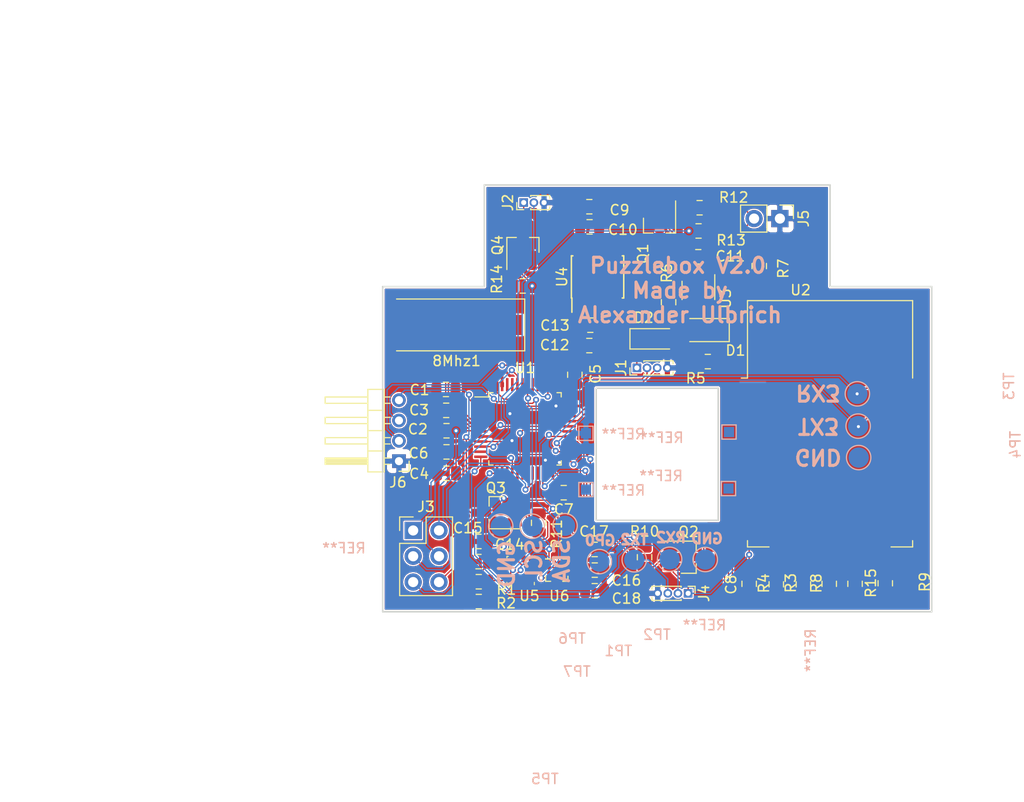
<source format=kicad_pcb>
(kicad_pcb (version 20171130) (host pcbnew 5.0.2-bee76a0~70~ubuntu18.04.1)
  (layers (0 F.Cu signal) (31 B.Cu signal) (34 B.Paste user) (35 F.Paste user) (36 B.SilkS user) (37 F.SilkS user) (38 B.Mask user) (39 F.Mask user) (44 Edge.Cuts user))
  (net 0 "")
  (net 1 GND)
  (net 2 "Net-(8Mhz1-Pad1)")
  (net 3 NRST)
  (net 4 "Net-(8Mhz1-Pad2)")
  (net 5 VCC)
  (net 6 VCC_2)
  (net 7 VSS)
  (net 8 BAT+)
  (net 9 VCC_1)
  (net 10 "Net-(C18-Pad1)")
  (net 11 "Net-(D1-Pad1)")
  (net 12 USB+)
  (net 13 USB_P)
  (net 14 USB_N)
  (net 15 SERVO_PWM)
  (net 16 USART1_RX)
  (net 17 USART1_TX)
  (net 18 boot0)
  (net 19 boot1)
  (net 20 USART2_TX)
  (net 21 USART2_RX)
  (net 22 SCL1)
  (net 23 SDA1)
  (net 24 esp_reset)
  (net 25 "Net-(R3-Pad1)")
  (net 26 "Net-(R4-Pad1)")
  (net 27 esp_enable)
  (net 28 "Net-(R5-Pad2)")
  (net 29 "Net-(R7-Pad1)")
  (net 30 "Net-(R8-Pad2)")
  (net 31 esp_flash)
  (net 32 "Net-(R9-Pad2)")
  (net 33 ENABLE2)
  (net 34 ENABLE1)
  (net 35 SENS_BAT)
  (net 36 USART3_RX)
  (net 37 USART3_TX)
  (net 38 VSS_1)
  (net 39 ENABLE3)
  (net 40 "Net-(U1-Pad2)")
  (net 41 "Net-(U1-Pad3)")
  (net 42 "Net-(U1-Pad4)")
  (net 43 "Net-(U1-Pad11)")
  (net 44 "Net-(U1-Pad14)")
  (net 45 "Net-(U1-Pad15)")
  (net 46 "Net-(U1-Pad18)")
  (net 47 "Net-(U1-Pad19)")
  (net 48 "Net-(U1-Pad21)")
  (net 49 "Net-(U1-Pad39)")
  (net 50 "Net-(U1-Pad40)")
  (net 51 "Net-(U1-Pad41)")
  (net 52 "Net-(U1-Pad45)")
  (net 53 "Net-(U1-Pad46)")
  (net 54 "Net-(U2-Pad2)")
  (net 55 "Net-(U2-Pad4)")
  (net 56 "Net-(U2-Pad5)")
  (net 57 "Net-(U2-Pad6)")
  (net 58 "Net-(U2-Pad7)")
  (net 59 "Net-(U2-Pad9)")
  (net 60 "Net-(U2-Pad10)")
  (net 61 "Net-(U2-Pad11)")
  (net 62 "Net-(U2-Pad12)")
  (net 63 "Net-(U2-Pad13)")
  (net 64 "Net-(U2-Pad14)")
  (net 65 "Net-(U2-Pad19)")
  (net 66 "Net-(U2-Pad20)")
  (net 67 "Net-(U4-Pad4)")
  (net 68 "Net-(U4-Pad5)")
  (net 69 "Net-(U6-Pad7)")
  (net 70 "Net-(U6-Pad11)")
  (net 71 "Net-(U6-Pad12)")
  (net 72 "Net-(J6-Pad2)")
  (net 73 "Net-(J6-Pad3)")
  (net 74 "Net-(R15-Pad2)")
  (module TestPoint:TestPoint_Pad_1.0x1.0mm (layer B.Cu) (at 104.0638 91.313)
    (fp_text reference REF** (at -6.604 0.5588) (layer B.SilkS) (effects (justify mirror)))
    (fp_text value TestPoint_Pad_1.0x1.0mm)
    (pad 1 smd rect (at 0 0) (size 1 1) (layers B.Cu B.Mask))
  )
  (module TestPoint:TestPoint_Pad_1.0x1.0mm (layer B.Cu) (at 104.013 96.8756)
    (fp_text reference REF** (at -6.6294 -1.2446) (layer B.SilkS) (effects (justify mirror)))
    (fp_text value TestPoint_Pad_1.0x1.0mm)
    (pad 1 smd rect (at 0 0) (size 1 1) (layers B.Cu B.Mask))
  )
  (module TestPoint:TestPoint_Pad_1.0x1.0mm (layer B.Cu) (at 89.9922 96.9772)
    (fp_text reference REF** (at 3.683 0.0762) (layer B.SilkS) (effects (justify mirror)))
    (fp_text value TestPoint_Pad_1.0x1.0mm)
    (pad 1 smd rect (at 0 0) (size 1 1) (layers B.Cu B.Mask))
  )
  (module TestPoint:TestPoint_Pad_D2.0mm (layer B.Cu) (at 116.8146 93.8276 270)
    (fp_text reference REF** (at 18.9738 4.7244 270) (layer B.SilkS) (effects (justify mirror)))
    (fp_text value TestPoint_Pad_D2.0mm)
    (pad 1 smd circle (at 0 0 270) (size 2 2) (layers B.Cu B.Mask))
  )
  (module TestPoint:TestPoint_Pad_D2.0mm (layer B.Cu) (at 101.727 103.8606)
    (fp_text reference REF** (at -0.0762 6.4516) (layer B.SilkS) (effects (justify mirror)))
    (fp_text value TestPoint_Pad_D2.0mm)
    (pad 1 smd circle (at 0 0) (size 2 2) (layers B.Cu B.Mask))
  )
  (module Capacitor_SMD:C_0805_2012Metric (layer F.Cu) (at 76.2231 87.122)
    (fp_text reference C1 (at -2.5931 0.0508) (layer F.SilkS))
    (fp_text value 22p)
    (pad 1 smd roundrect (at -0.9375 0) (size 0.975 1.4) (layers F.Cu F.Paste F.Mask) (net 1 GND))
    (pad 2 smd roundrect (at 0.9375 0) (size 0.975 1.4) (layers F.Cu F.Paste F.Mask) (net 2 "Net-(8Mhz1-Pad1)"))
  )
  (module Capacitor_SMD:C_0805_2012Metric (layer F.Cu) (at 76.2785 91.186 180)
    (fp_text reference C2 (at 2.8217 0.1524 180) (layer F.SilkS))
    (fp_text value 100n)
    (pad 2 smd roundrect (at 0.9375 0 180) (size 0.975 1.4) (layers F.Cu F.Paste F.Mask) (net 1 GND))
    (pad 1 smd roundrect (at -0.9375 0 180) (size 0.975 1.4) (layers F.Cu F.Paste F.Mask) (net 3 NRST))
  )
  (module Capacitor_SMD:C_0805_2012Metric (layer F.Cu) (at 76.2485 89.1794)
    (fp_text reference C3 (at -2.6693 -0.0254) (layer F.SilkS))
    (fp_text value 22p)
    (pad 2 smd roundrect (at 0.9375 0) (size 0.975 1.4) (layers F.Cu F.Paste F.Mask) (net 4 "Net-(8Mhz1-Pad2)"))
    (pad 1 smd roundrect (at -0.9375 0) (size 0.975 1.4) (layers F.Cu F.Paste F.Mask) (net 1 GND))
  )
  (module Capacitor_SMD:C_0805_2012Metric (layer F.Cu) (at 76.2785 95.377 180)
    (fp_text reference C4 (at 2.6947 -0.0508 180) (layer F.SilkS))
    (fp_text value 100n)
    (pad 1 smd roundrect (at -0.9375 0 180) (size 0.975 1.4) (layers F.Cu F.Paste F.Mask) (net 5 VCC))
    (pad 2 smd roundrect (at 0.9375 0 180) (size 0.975 1.4) (layers F.Cu F.Paste F.Mask) (net 1 GND))
  )
  (module Capacitor_SMD:C_0805_2012Metric (layer F.Cu) (at 88.9 85.6765 90)
    (fp_text reference C5 (at 0.0785 2.032 90) (layer F.SilkS))
    (fp_text value 100n)
    (pad 1 smd roundrect (at -0.9375 0 90) (size 0.975 1.4) (layers F.Cu F.Paste F.Mask) (net 5 VCC))
    (pad 2 smd roundrect (at 0.9375 0 90) (size 0.975 1.4) (layers F.Cu F.Paste F.Mask) (net 1 GND))
  )
  (module Capacitor_SMD:C_0805_2012Metric (layer F.Cu) (at 76.2785 93.2688 180)
    (fp_text reference C6 (at 2.7455 -0.127 180) (layer F.SilkS))
    (fp_text value 100n)
    (pad 2 smd roundrect (at 0.9375 0 180) (size 0.975 1.4) (layers F.Cu F.Paste F.Mask) (net 1 GND))
    (pad 1 smd roundrect (at -0.9375 0 180) (size 0.975 1.4) (layers F.Cu F.Paste F.Mask) (net 5 VCC))
  )
  (module Capacitor_SMD:C_0805_2012Metric (layer F.Cu) (at 87.8055 97.282 180)
    (fp_text reference C7 (at 0 -1.65 180) (layer F.SilkS))
    (fp_text value 100n)
    (pad 1 smd roundrect (at -0.9375 0 180) (size 0.975 1.4) (layers F.Cu F.Paste F.Mask) (net 5 VCC))
    (pad 2 smd roundrect (at 0.9375 0 180) (size 0.975 1.4) (layers F.Cu F.Paste F.Mask) (net 1 GND))
  )
  (module Capacitor_SMD:C_0805_2012Metric (layer F.Cu) (at 106.045 106.2505 270)
    (fp_text reference C8 (at 0.0785 1.778 270) (layer F.SilkS))
    (fp_text value 100n)
    (pad 1 smd roundrect (at -0.9375 0 270) (size 0.975 1.4) (layers F.Cu F.Paste F.Mask) (net 6 VCC_2))
    (pad 2 smd roundrect (at 0.9375 0 270) (size 0.975 1.4) (layers F.Cu F.Paste F.Mask) (net 1 GND))
  )
  (module Capacitor_SMD:C_0805_2012Metric (layer F.Cu) (at 90.3247 69.1388)
    (fp_text reference C9 (at 2.9695 0.3302) (layer F.SilkS))
    (fp_text value 4u7)
    (pad 2 smd roundrect (at 0.9375 0) (size 0.975 1.4) (layers F.Cu F.Paste F.Mask) (net 1 GND))
    (pad 1 smd roundrect (at -0.9375 0) (size 0.975 1.4) (layers F.Cu F.Paste F.Mask) (net 7 VSS))
  )
  (module Capacitor_SMD:C_0805_2012Metric (layer F.Cu) (at 90.3501 71.12)
    (fp_text reference C10 (at 3.2743 0.2794) (layer F.SilkS))
    (fp_text value 100n)
    (pad 2 smd roundrect (at 0.9375 0) (size 0.975 1.4) (layers F.Cu F.Paste F.Mask) (net 1 GND))
    (pad 1 smd roundrect (at -0.9375 0) (size 0.975 1.4) (layers F.Cu F.Paste F.Mask) (net 7 VSS))
  )
  (module Capacitor_SMD:C_0805_2012Metric (layer F.Cu) (at 101.0412 74.0664)
    (fp_text reference C11 (at 3.1496 -0.0508) (layer F.SilkS))
    (fp_text value 4u7)
    (pad 1 smd roundrect (at -0.9375 0) (size 0.975 1.4) (layers F.Cu F.Paste F.Mask) (net 8 BAT+))
    (pad 2 smd roundrect (at 0.9375 0) (size 0.975 1.4) (layers F.Cu F.Paste F.Mask) (net 1 GND))
  )
  (module Capacitor_SMD:C_0805_2012Metric (layer F.Cu) (at 90.3247 82.804)
    (fp_text reference C12 (at -3.4059 -0.0508) (layer F.SilkS))
    (fp_text value 4u7)
    (pad 1 smd roundrect (at -0.9375 0) (size 0.975 1.4) (layers F.Cu F.Paste F.Mask) (net 5 VCC))
    (pad 2 smd roundrect (at 0.9375 0) (size 0.975 1.4) (layers F.Cu F.Paste F.Mask) (net 1 GND))
  )
  (module Capacitor_SMD:C_0805_2012Metric (layer F.Cu) (at 90.4217 80.7974)
    (fp_text reference C13 (at -3.4775 0.0254) (layer F.SilkS))
    (fp_text value 100n)
    (pad 2 smd roundrect (at 0.9375 0) (size 0.975 1.4) (layers F.Cu F.Paste F.Mask) (net 1 GND))
    (pad 1 smd roundrect (at -0.9375 0) (size 0.975 1.4) (layers F.Cu F.Paste F.Mask) (net 5 VCC))
  )
  (module Capacitor_SMD:C_0805_2012Metric (layer F.Cu) (at 79.4235 104.0638 180)
    (fp_text reference C14 (at -3.0711 1.6764 180) (layer F.SilkS))
    (fp_text value 100n)
    (pad 2 smd roundrect (at 0.9375 0 180) (size 0.975 1.4) (layers F.Cu F.Paste F.Mask) (net 1 GND))
    (pad 1 smd roundrect (at -0.9375 0 180) (size 0.975 1.4) (layers F.Cu F.Paste F.Mask) (net 9 VCC_1))
  )
  (module Capacitor_SMD:C_0805_2012Metric (layer F.Cu) (at 79.4235 102.0826 180)
    (fp_text reference C15 (at 1.0437 1.3208 180) (layer F.SilkS))
    (fp_text value 100n)
    (pad 1 smd roundrect (at -0.9375 0 180) (size 0.975 1.4) (layers F.Cu F.Paste F.Mask) (net 9 VCC_1))
    (pad 2 smd roundrect (at 0.9375 0 180) (size 0.975 1.4) (layers F.Cu F.Paste F.Mask) (net 1 GND))
  )
  (module Capacitor_SMD:C_0805_2012Metric (layer F.Cu) (at 90.8535 102.87)
    (fp_text reference C16 (at 3.1265 3.048) (layer F.SilkS))
    (fp_text value 100n)
    (pad 2 smd roundrect (at 0.9375 0) (size 0.975 1.4) (layers F.Cu F.Paste F.Mask) (net 1 GND))
    (pad 1 smd roundrect (at -0.9375 0) (size 0.975 1.4) (layers F.Cu F.Paste F.Mask) (net 9 VCC_1))
  )
  (module Capacitor_SMD:C_0805_2012Metric (layer F.Cu) (at 90.8581 104.902)
    (fp_text reference C17 (at -0.0785 -3.81) (layer F.SilkS))
    (fp_text value 100n)
    (pad 1 smd roundrect (at -0.9375 0) (size 0.975 1.4) (layers F.Cu F.Paste F.Mask) (net 9 VCC_1))
    (pad 2 smd roundrect (at 0.9375 0) (size 0.975 1.4) (layers F.Cu F.Paste F.Mask) (net 1 GND))
  )
  (module Capacitor_SMD:C_0805_2012Metric (layer F.Cu) (at 90.8535 106.934)
    (fp_text reference C18 (at 3.1265 0.762) (layer F.SilkS))
    (fp_text value 100n)
    (pad 2 smd roundrect (at 0.9375 0) (size 0.975 1.4) (layers F.Cu F.Paste F.Mask) (net 1 GND))
    (pad 1 smd roundrect (at -0.9375 0) (size 0.975 1.4) (layers F.Cu F.Paste F.Mask) (net 10 "Net-(C18-Pad1)"))
  )
  (module LED_SMD:LED_1206_3216Metric (layer F.Cu) (at 101.8032 81.28 180)
    (fp_text reference D1 (at -2.8956 -2.0066 180) (layer F.SilkS))
    (fp_text value LED)
    (pad 1 smd roundrect (at -1.4 0 180) (size 1.25 1.75) (layers F.Cu F.Paste F.Mask) (roundrect_rratio 0.2) (net 11 "Net-(D1-Pad1)"))
    (pad 2 smd roundrect (at 1.4 0 180) (size 1.25 1.75) (layers F.Cu F.Paste F.Mask) (roundrect_rratio 0.2) (net 12 USB+))
  )
  (module Diode_SMD:D_SOD-123 (layer F.Cu) (at 96.5708 82.1436)
    (fp_text reference D2 (at -0.889 -2.0828) (layer F.SilkS))
    (fp_text value D)
    (pad 1 smd rect (at -1.65 0) (size 0.9 1.2) (layers F.Cu F.Paste F.Mask) (net 7 VSS))
    (pad 2 smd rect (at 1.65 0) (size 0.9 1.2) (layers F.Cu F.Paste F.Mask) (net 12 USB+))
  )
  (module Connector_PinHeader_1.00mm:PinHeader_1x04_P1.00mm_Vertical (layer F.Cu) (at 95 85 90)
    (fp_text reference J1 (at 0 -1.56 90) (layer F.SilkS))
    (fp_text value USB)
    (pad 1 thru_hole rect (at 0 0 90) (size 0.85 0.85) (drill 0.5) (layers *.Cu *.Mask) (net 12 USB+))
    (pad 2 thru_hole oval (at 0 1 90) (size 0.85 0.85) (drill 0.5) (layers *.Cu *.Mask) (net 13 USB_P))
    (pad 3 thru_hole oval (at 0 2 90) (size 0.85 0.85) (drill 0.5) (layers *.Cu *.Mask) (net 14 USB_N))
    (pad 4 thru_hole oval (at 0 3 90) (size 0.85 0.85) (drill 0.5) (layers *.Cu *.Mask) (net 1 GND))
  )
  (module Connector_PinHeader_1.00mm:PinHeader_1x03_P1.00mm_Vertical (layer F.Cu) (at 83.8708 68.7324 90)
    (fp_text reference J2 (at 0 -1.56 90) (layer F.SilkS))
    (fp_text value Servo)
    (pad 1 thru_hole rect (at 0 0 90) (size 0.85 0.85) (drill 0.5) (layers *.Cu *.Mask) (net 38 VSS_1))
    (pad 2 thru_hole oval (at 0 1 90) (size 0.85 0.85) (drill 0.5) (layers *.Cu *.Mask) (net 15 SERVO_PWM))
    (pad 3 thru_hole oval (at 0 2 90) (size 0.85 0.85) (drill 0.5) (layers *.Cu *.Mask) (net 1 GND))
  )
  (module Connector_PinHeader_2.54mm:PinHeader_2x03_P2.54mm_Vertical (layer F.Cu) (at 73 101)
    (fp_text reference J3 (at 1.27 -2.33) (layer F.SilkS))
    (fp_text value Conn_01x06_Male)
    (pad 1 thru_hole rect (at 0 0) (size 1.7 1.7) (drill 1) (layers *.Cu *.Mask) (net 3 NRST))
    (pad 2 thru_hole oval (at 2.54 0) (size 1.7 1.7) (drill 1) (layers *.Cu *.Mask) (net 16 USART1_RX))
    (pad 3 thru_hole oval (at 0 2.54) (size 1.7 1.7) (drill 1) (layers *.Cu *.Mask) (net 17 USART1_TX))
    (pad 4 thru_hole oval (at 2.54 2.54) (size 1.7 1.7) (drill 1) (layers *.Cu *.Mask) (net 18 boot0))
    (pad 5 thru_hole oval (at 0 5.08) (size 1.7 1.7) (drill 1) (layers *.Cu *.Mask) (net 19 boot1))
    (pad 6 thru_hole oval (at 2.54 5.08) (size 1.7 1.7) (drill 1) (layers *.Cu *.Mask) (net 5 VCC))
  )
  (module Connector_PinHeader_1.00mm:PinHeader_1x04_P1.00mm_Vertical (layer F.Cu) (at 100.044 107.188 270)
    (fp_text reference J4 (at 0 -1.56 270) (layer F.SilkS))
    (fp_text value GPS)
    (pad 4 thru_hole oval (at 0 3 270) (size 0.85 0.85) (drill 0.5) (layers *.Cu *.Mask) (net 1 GND))
    (pad 3 thru_hole oval (at 0 2 270) (size 0.85 0.85) (drill 0.5) (layers *.Cu *.Mask) (net 20 USART2_TX))
    (pad 2 thru_hole oval (at 0 1 270) (size 0.85 0.85) (drill 0.5) (layers *.Cu *.Mask) (net 21 USART2_RX))
    (pad 1 thru_hole rect (at 0 0 270) (size 0.85 0.85) (drill 0.5) (layers *.Cu *.Mask) (net 6 VCC_2))
  )
  (module Connector_PinHeader_2.54mm:PinHeader_1x02_P2.54mm_Vertical (layer F.Cu) (at 109.0676 70.3072 270)
    (fp_text reference J5 (at 0 -2.33 270) (layer F.SilkS))
    (fp_text value Batt)
    (pad 1 thru_hole rect (at 0 0 270) (size 1.7 1.7) (drill 1) (layers *.Cu *.Mask) (net 1 GND))
    (pad 2 thru_hole oval (at 0 2.54 270) (size 1.7 1.7) (drill 1) (layers *.Cu *.Mask) (net 8 BAT+))
  )
  (module Resistor_SMD:R_0805_2012Metric (layer F.Cu) (at 79.4489 106.045)
    (fp_text reference R1 (at 2.7155 0.762) (layer F.SilkS))
    (fp_text value 4k7)
    (pad 1 smd roundrect (at -0.9375 0) (size 0.975 1.4) (layers F.Cu F.Paste F.Mask) (net 9 VCC_1))
    (pad 2 smd roundrect (at 0.9375 0) (size 0.975 1.4) (layers F.Cu F.Paste F.Mask) (net 22 SCL1))
  )
  (module Resistor_SMD:R_0805_2012Metric (layer F.Cu) (at 79.4512 108.0008)
    (fp_text reference R2 (at 2.6924 0.1524) (layer F.SilkS))
    (fp_text value 4k7)
    (pad 2 smd roundrect (at 0.9375 0) (size 0.975 1.4) (layers F.Cu F.Paste F.Mask) (net 23 SDA1))
    (pad 1 smd roundrect (at -0.9375 0) (size 0.975 1.4) (layers F.Cu F.Paste F.Mask) (net 9 VCC_1))
  )
  (module Resistor_SMD:R_0805_2012Metric (layer F.Cu) (at 111.379 106.299 270)
    (fp_text reference R3 (at -0.127 1.2446 270) (layer F.SilkS))
    (fp_text value 1k)
    (pad 2 smd roundrect (at 0.9375 0 270) (size 0.975 1.4) (layers F.Cu F.Paste F.Mask) (net 24 esp_reset))
    (pad 1 smd roundrect (at -0.9375 0 270) (size 0.975 1.4) (layers F.Cu F.Paste F.Mask) (net 25 "Net-(R3-Pad1)"))
  )
  (module Resistor_SMD:R_0805_2012Metric (layer F.Cu) (at 108.712 106.299 270)
    (fp_text reference R4 (at -0.1016 1.2192 270) (layer F.SilkS))
    (fp_text value 1k)
    (pad 1 smd roundrect (at -0.9375 0 270) (size 0.975 1.4) (layers F.Cu F.Paste F.Mask) (net 26 "Net-(R4-Pad1)"))
    (pad 2 smd roundrect (at 0.9375 0 270) (size 0.975 1.4) (layers F.Cu F.Paste F.Mask) (net 27 esp_enable))
  )
  (module Resistor_SMD:R_0805_2012Metric (layer F.Cu) (at 101.9787 84.3788 180)
    (fp_text reference R5 (at 1.1915 -1.65 180) (layer F.SilkS))
    (fp_text value 470)
    (pad 1 smd roundrect (at -0.9375 0 180) (size 0.975 1.4) (layers F.Cu F.Paste F.Mask) (net 11 "Net-(D1-Pad1)"))
    (pad 2 smd roundrect (at 0.9375 0 180) (size 0.975 1.4) (layers F.Cu F.Paste F.Mask) (net 28 "Net-(R5-Pad2)"))
  )
  (module Resistor_SMD:R_0805_2012Metric (layer F.Cu) (at 98.1202 78.5368 90)
    (fp_text reference R6 (at 2.8679 -0.1778 90) (layer F.SilkS))
    (fp_text value 10k)
    (pad 1 smd roundrect (at -0.9375 0 90) (size 0.975 1.4) (layers F.Cu F.Paste F.Mask) (net 12 USB+))
    (pad 2 smd roundrect (at 0.9375 0 90) (size 0.975 1.4) (layers F.Cu F.Paste F.Mask) (net 1 GND))
  )
  (module Resistor_SMD:R_0805_2012Metric (layer F.Cu) (at 107.0356 74.9808 90)
    (fp_text reference R7 (at -0.2517 2.3622 90) (layer F.SilkS))
    (fp_text value 2k)
    (pad 2 smd roundrect (at 0.9375 0 90) (size 0.975 1.4) (layers F.Cu F.Paste F.Mask) (net 1 GND))
    (pad 1 smd roundrect (at -0.9375 0 90) (size 0.975 1.4) (layers F.Cu F.Paste F.Mask) (net 29 "Net-(R7-Pad1)"))
  )
  (module Resistor_SMD:R_0805_2012Metric (layer F.Cu) (at 113.919 106.2505 90)
    (fp_text reference R8 (at 0.0531 -1.27 90) (layer F.SilkS))
    (fp_text value 1k)
    (pad 2 smd roundrect (at 0.9375 0 90) (size 0.975 1.4) (layers F.Cu F.Paste F.Mask) (net 30 "Net-(R8-Pad2)"))
    (pad 1 smd roundrect (at -0.9375 0 90) (size 0.975 1.4) (layers F.Cu F.Paste F.Mask) (net 31 esp_flash))
  )
  (module Resistor_SMD:R_0805_2012Metric (layer F.Cu) (at 116.459 106.2505 90)
    (fp_text reference R9 (at 0.1755 6.858 90) (layer F.SilkS))
    (fp_text value 10k)
    (pad 1 smd roundrect (at -0.9375 0 90) (size 0.975 1.4) (layers F.Cu F.Paste F.Mask) (net 1 GND))
    (pad 2 smd roundrect (at 0.9375 0 90) (size 0.975 1.4) (layers F.Cu F.Paste F.Mask) (net 32 "Net-(R9-Pad2)"))
  )
  (module Resistor_SMD:R_0805_2012Metric (layer F.Cu) (at 95.758 103.632 270)
    (fp_text reference R10 (at -2.54 0 180) (layer F.SilkS))
    (fp_text value 10k)
    (pad 2 smd roundrect (at 0.9375 0 270) (size 0.975 1.4) (layers F.Cu F.Paste F.Mask) (net 33 ENABLE2))
    (pad 1 smd roundrect (at -0.9375 0 270) (size 0.975 1.4) (layers F.Cu F.Paste F.Mask) (net 5 VCC))
  )
  (module Resistor_SMD:R_0805_2012Metric (layer F.Cu) (at 85.344 100.2515 90)
    (fp_text reference R11 (at -1.0945 1.778 90) (layer F.SilkS))
    (fp_text value 10k)
    (pad 1 smd roundrect (at -0.9375 0 90) (size 0.975 1.4) (layers F.Cu F.Paste F.Mask) (net 5 VCC))
    (pad 2 smd roundrect (at 0.9375 0 90) (size 0.975 1.4) (layers F.Cu F.Paste F.Mask) (net 34 ENABLE1))
  )
  (module Resistor_SMD:R_0805_2012Metric (layer F.Cu) (at 101.1705 69.2404)
    (fp_text reference R12 (at 3.3505 -1.016) (layer F.SilkS))
    (fp_text value 100k)
    (pad 1 smd roundrect (at -0.9375 0) (size 0.975 1.4) (layers F.Cu F.Paste F.Mask) (net 35 SENS_BAT))
    (pad 2 smd roundrect (at 0.9375 0) (size 0.975 1.4) (layers F.Cu F.Paste F.Mask) (net 8 BAT+))
  )
  (module Resistor_SMD:R_0805_2012Metric (layer F.Cu) (at 101.0689 71.5264 180)
    (fp_text reference R13 (at -3.1981 -0.9144 180) (layer F.SilkS))
    (fp_text value 100k)
    (pad 2 smd roundrect (at 0.9375 0 180) (size 0.975 1.4) (layers F.Cu F.Paste F.Mask) (net 35 SENS_BAT))
    (pad 1 smd roundrect (at -0.9375 0 180) (size 0.975 1.4) (layers F.Cu F.Paste F.Mask) (net 1 GND))
  )
  (module TestPoint:TestPoint_Pad_D2.0mm (layer B.Cu) (at 94.742 103.886)
    (fp_text reference TP1 (at -1.5748 8.9662) (layer B.SilkS) (effects (justify mirror)))
    (fp_text value TX2)
    (pad 1 smd circle (at 0 0) (size 2 2) (layers B.Cu B.Mask) (net 20 USART2_TX))
  )
  (module TestPoint:TestPoint_Pad_D2.0mm (layer B.Cu) (at 98.2218 103.8352)
    (fp_text reference TP2 (at -1.2446 7.4168) (layer B.SilkS) (effects (justify mirror)))
    (fp_text value RX2)
    (pad 1 smd circle (at 0 0) (size 2 2) (layers B.Cu B.Mask) (net 21 USART2_RX))
  )
  (module TestPoint:TestPoint_Pad_D2.0mm (layer B.Cu) (at 116.6876 87.5538 90)
    (fp_text reference TP3 (at 0.7366 14.9098 90) (layer B.SilkS) (effects (justify mirror)))
    (fp_text value RX3)
    (pad 1 smd circle (at 0 0 90) (size 2 2) (layers B.Cu B.Mask) (net 36 USART3_RX))
  )
  (module TestPoint:TestPoint_Pad_D2.0mm (layer B.Cu) (at 116.7638 90.7288 90)
    (fp_text reference TP4 (at -1.8288 15.4686 90) (layer B.SilkS) (effects (justify mirror)))
    (fp_text value TX3)
    (pad 1 smd circle (at 0 0 90) (size 2 2) (layers B.Cu B.Mask) (net 37 USART3_TX))
  )
  (module TestPoint:TestPoint_Pad_D2.0mm (layer B.Cu) (at 84.709 100.584)
    (fp_text reference TP5 (at 1.2446 24.8666) (layer B.SilkS) (effects (justify mirror)))
    (fp_text value SCL1)
    (pad 1 smd circle (at 0 0) (size 2 2) (layers B.Cu B.Mask) (net 22 SCL1))
  )
  (module TestPoint:TestPoint_Pad_D2.0mm (layer B.Cu) (at 87.9348 100.5332)
    (fp_text reference TP6 (at 0.6858 11.0998) (layer B.SilkS) (effects (justify mirror)))
    (fp_text value SDA1)
    (pad 1 smd circle (at 0 0) (size 2 2) (layers B.Cu B.Mask) (net 23 SDA1))
  )
  (module Package_QFP:LQFP-48_7x7mm_P0.5mm (layer F.Cu) (at 84 91)
    (fp_text reference U1 (at 0 -6) (layer F.SilkS))
    (fp_text value STM32F103C8Tx)
    (pad 1 smd rect (at -4.35 -2.75) (size 1.3 0.25) (layers F.Cu F.Paste F.Mask) (net 5 VCC))
    (pad 2 smd rect (at -4.35 -2.25) (size 1.3 0.25) (layers F.Cu F.Paste F.Mask) (net 40 "Net-(U1-Pad2)"))
    (pad 3 smd rect (at -4.35 -1.75) (size 1.3 0.25) (layers F.Cu F.Paste F.Mask) (net 41 "Net-(U1-Pad3)"))
    (pad 4 smd rect (at -4.35 -1.25) (size 1.3 0.25) (layers F.Cu F.Paste F.Mask) (net 42 "Net-(U1-Pad4)"))
    (pad 5 smd rect (at -4.35 -0.75) (size 1.3 0.25) (layers F.Cu F.Paste F.Mask) (net 2 "Net-(8Mhz1-Pad1)"))
    (pad 6 smd rect (at -4.35 -0.25) (size 1.3 0.25) (layers F.Cu F.Paste F.Mask) (net 4 "Net-(8Mhz1-Pad2)"))
    (pad 7 smd rect (at -4.35 0.25) (size 1.3 0.25) (layers F.Cu F.Paste F.Mask) (net 3 NRST))
    (pad 8 smd rect (at -4.35 0.75) (size 1.3 0.25) (layers F.Cu F.Paste F.Mask) (net 1 GND))
    (pad 9 smd rect (at -4.35 1.25) (size 1.3 0.25) (layers F.Cu F.Paste F.Mask) (net 5 VCC))
    (pad 10 smd rect (at -4.35 1.75) (size 1.3 0.25) (layers F.Cu F.Paste F.Mask) (net 35 SENS_BAT))
    (pad 11 smd rect (at -4.35 2.25) (size 1.3 0.25) (layers F.Cu F.Paste F.Mask) (net 43 "Net-(U1-Pad11)"))
    (pad 12 smd rect (at -4.35 2.75) (size 1.3 0.25) (layers F.Cu F.Paste F.Mask) (net 20 USART2_TX))
    (pad 13 smd rect (at -2.75 4.35 90) (size 1.3 0.25) (layers F.Cu F.Paste F.Mask) (net 21 USART2_RX))
    (pad 14 smd rect (at -2.25 4.35 90) (size 1.3 0.25) (layers F.Cu F.Paste F.Mask) (net 44 "Net-(U1-Pad14)"))
    (pad 15 smd rect (at -1.75 4.35 90) (size 1.3 0.25) (layers F.Cu F.Paste F.Mask) (net 45 "Net-(U1-Pad15)"))
    (pad 16 smd rect (at -1.25 4.35 90) (size 1.3 0.25) (layers F.Cu F.Paste F.Mask) (net 15 SERVO_PWM))
    (pad 17 smd rect (at -0.75 4.35 90) (size 1.3 0.25) (layers F.Cu F.Paste F.Mask) (net 33 ENABLE2))
    (pad 18 smd rect (at -0.25 4.35 90) (size 1.3 0.25) (layers F.Cu F.Paste F.Mask) (net 46 "Net-(U1-Pad18)"))
    (pad 19 smd rect (at 0.25 4.35 90) (size 1.3 0.25) (layers F.Cu F.Paste F.Mask) (net 47 "Net-(U1-Pad19)"))
    (pad 20 smd rect (at 0.75 4.35 90) (size 1.3 0.25) (layers F.Cu F.Paste F.Mask) (net 19 boot1))
    (pad 21 smd rect (at 1.25 4.35 90) (size 1.3 0.25) (layers F.Cu F.Paste F.Mask) (net 48 "Net-(U1-Pad21)"))
    (pad 22 smd rect (at 1.75 4.35 90) (size 1.3 0.25) (layers F.Cu F.Paste F.Mask) (net 24 esp_reset))
    (pad 23 smd rect (at 2.25 4.35 90) (size 1.3 0.25) (layers F.Cu F.Paste F.Mask) (net 1 GND))
    (pad 24 smd rect (at 2.75 4.35 90) (size 1.3 0.25) (layers F.Cu F.Paste F.Mask) (net 5 VCC))
    (pad 25 smd rect (at 4.35 2.75) (size 1.3 0.25) (layers F.Cu F.Paste F.Mask) (net 27 esp_enable))
    (pad 26 smd rect (at 4.35 2.25) (size 1.3 0.25) (layers F.Cu F.Paste F.Mask) (net 36 USART3_RX))
    (pad 27 smd rect (at 4.35 1.75) (size 1.3 0.25) (layers F.Cu F.Paste F.Mask) (net 37 USART3_TX))
    (pad 28 smd rect (at 4.35 1.25) (size 1.3 0.25) (layers F.Cu F.Paste F.Mask) (net 31 esp_flash))
    (pad 29 smd rect (at 4.35 0.75) (size 1.3 0.25) (layers F.Cu F.Paste F.Mask) (net 34 ENABLE1))
    (pad 30 smd rect (at 4.35 0.25) (size 1.3 0.25) (layers F.Cu F.Paste F.Mask) (net 17 USART1_TX))
    (pad 31 smd rect (at 4.35 -0.25) (size 1.3 0.25) (layers F.Cu F.Paste F.Mask) (net 16 USART1_RX))
    (pad 32 smd rect (at 4.35 -0.75) (size 1.3 0.25) (layers F.Cu F.Paste F.Mask) (net 14 USB_N))
    (pad 33 smd rect (at 4.35 -1.25) (size 1.3 0.25) (layers F.Cu F.Paste F.Mask) (net 13 USB_P))
    (pad 34 smd rect (at 4.35 -1.75) (size 1.3 0.25) (layers F.Cu F.Paste F.Mask) (net 73 "Net-(J6-Pad3)"))
    (pad 35 smd rect (at 4.35 -2.25) (size 1.3 0.25) (layers F.Cu F.Paste F.Mask) (net 1 GND))
    (pad 36 smd rect (at 4.35 -2.75) (size 1.3 0.25) (layers F.Cu F.Paste F.Mask) (net 5 VCC))
    (pad 37 smd rect (at 2.75 -4.35 90) (size 1.3 0.25) (layers F.Cu F.Paste F.Mask) (net 72 "Net-(J6-Pad2)"))
    (pad 38 smd rect (at 2.25 -4.35 90) (size 1.3 0.25) (layers F.Cu F.Paste F.Mask) (net 39 ENABLE3))
    (pad 39 smd rect (at 1.75 -4.35 90) (size 1.3 0.25) (layers F.Cu F.Paste F.Mask) (net 49 "Net-(U1-Pad39)"))
    (pad 40 smd rect (at 1.25 -4.35 90) (size 1.3 0.25) (layers F.Cu F.Paste F.Mask) (net 50 "Net-(U1-Pad40)"))
    (pad 41 smd rect (at 0.75 -4.35 90) (size 1.3 0.25) (layers F.Cu F.Paste F.Mask) (net 51 "Net-(U1-Pad41)"))
    (pad 42 smd rect (at 0.25 -4.35 90) (size 1.3 0.25) (layers F.Cu F.Paste F.Mask) (net 22 SCL1))
    (pad 43 smd rect (at -0.25 -4.35 90) (size 1.3 0.25) (layers F.Cu F.Paste F.Mask) (net 23 SDA1))
    (pad 44 smd rect (at -0.75 -4.35 90) (size 1.3 0.25) (layers F.Cu F.Paste F.Mask) (net 18 boot0))
    (pad 45 smd rect (at -1.25 -4.35 90) (size 1.3 0.25) (layers F.Cu F.Paste F.Mask) (net 52 "Net-(U1-Pad45)"))
    (pad 46 smd rect (at -1.75 -4.35 90) (size 1.3 0.25) (layers F.Cu F.Paste F.Mask) (net 53 "Net-(U1-Pad46)"))
    (pad 47 smd rect (at -2.25 -4.35 90) (size 1.3 0.25) (layers F.Cu F.Paste F.Mask) (net 1 GND))
    (pad 48 smd rect (at -2.75 -4.35 90) (size 1.3 0.25) (layers F.Cu F.Paste F.Mask) (net 5 VCC))
  )
  (module RF_Module:ESP-12E (layer F.Cu) (at 114 90.5)
    (fp_text reference U2 (at -2.9004 -13.157) (layer F.SilkS))
    (fp_text value ESP-12E)
    (pad 1 smd rect (at -7.6 -3.5) (size 2.5 1) (layers F.Cu F.Paste F.Mask) (net 25 "Net-(R3-Pad1)"))
    (pad 2 smd rect (at -7.6 -1.5) (size 2.5 1) (layers F.Cu F.Paste F.Mask) (net 54 "Net-(U2-Pad2)"))
    (pad 3 smd rect (at -7.6 0.5) (size 2.5 1) (layers F.Cu F.Paste F.Mask) (net 26 "Net-(R4-Pad1)"))
    (pad 4 smd rect (at -7.6 2.5) (size 2.5 1) (layers F.Cu F.Paste F.Mask) (net 55 "Net-(U2-Pad4)"))
    (pad 5 smd rect (at -7.6 4.5) (size 2.5 1) (layers F.Cu F.Paste F.Mask) (net 56 "Net-(U2-Pad5)"))
    (pad 6 smd rect (at -7.6 6.5) (size 2.5 1) (layers F.Cu F.Paste F.Mask) (net 57 "Net-(U2-Pad6)"))
    (pad 7 smd rect (at -7.6 8.5) (size 2.5 1) (layers F.Cu F.Paste F.Mask) (net 58 "Net-(U2-Pad7)"))
    (pad 8 smd rect (at -7.6 10.5) (size 2.5 1) (layers F.Cu F.Paste F.Mask) (net 6 VCC_2))
    (pad 9 smd rect (at -5 12) (size 1 1.8) (layers F.Cu F.Paste F.Mask) (net 59 "Net-(U2-Pad9)"))
    (pad 10 smd rect (at -3 12) (size 1 1.8) (layers F.Cu F.Paste F.Mask) (net 60 "Net-(U2-Pad10)"))
    (pad 11 smd rect (at -1 12) (size 1 1.8) (layers F.Cu F.Paste F.Mask) (net 61 "Net-(U2-Pad11)"))
    (pad 12 smd rect (at 1 12) (size 1 1.8) (layers F.Cu F.Paste F.Mask) (net 62 "Net-(U2-Pad12)"))
    (pad 13 smd rect (at 3 12) (size 1 1.8) (layers F.Cu F.Paste F.Mask) (net 63 "Net-(U2-Pad13)"))
    (pad 14 smd rect (at 5 12) (size 1 1.8) (layers F.Cu F.Paste F.Mask) (net 64 "Net-(U2-Pad14)"))
    (pad 15 smd rect (at 7.6 10.5) (size 2.5 1) (layers F.Cu F.Paste F.Mask) (net 1 GND))
    (pad 16 smd rect (at 7.6 8.5) (size 2.5 1) (layers F.Cu F.Paste F.Mask) (net 32 "Net-(R9-Pad2)"))
    (pad 17 smd rect (at 7.6 6.5) (size 2.5 1) (layers F.Cu F.Paste F.Mask) (net 74 "Net-(R15-Pad2)"))
    (pad 18 smd rect (at 7.6 4.5) (size 2.5 1) (layers F.Cu F.Paste F.Mask) (net 30 "Net-(R8-Pad2)"))
    (pad 19 smd rect (at 7.6 2.5) (size 2.5 1) (layers F.Cu F.Paste F.Mask) (net 65 "Net-(U2-Pad19)"))
    (pad 20 smd rect (at 7.6 0.5) (size 2.5 1) (layers F.Cu F.Paste F.Mask) (net 66 "Net-(U2-Pad20)"))
    (pad 21 smd rect (at 7.6 -1.5) (size 2.5 1) (layers F.Cu F.Paste F.Mask) (net 37 USART3_TX))
    (pad 22 smd rect (at 7.6 -3.5) (size 2.5 1) (layers F.Cu F.Paste F.Mask) (net 36 USART3_RX))
  )
  (module Package_TO_SOT_SMD:SOT-23-5 (layer F.Cu) (at 101.052643 77.376721 270)
    (fp_text reference U3 (at 0.804479 -2.680957 270) (layer F.SilkS))
    (fp_text value MCP73831)
    (pad 1 smd rect (at -1.1 -0.95 270) (size 1.06 0.65) (layers F.Cu F.Paste F.Mask) (net 29 "Net-(R7-Pad1)"))
    (pad 2 smd rect (at -1.1 0 270) (size 1.06 0.65) (layers F.Cu F.Paste F.Mask) (net 1 GND))
    (pad 3 smd rect (at -1.1 0.95 270) (size 1.06 0.65) (layers F.Cu F.Paste F.Mask) (net 8 BAT+))
    (pad 4 smd rect (at 1.1 0.95 270) (size 1.06 0.65) (layers F.Cu F.Paste F.Mask) (net 12 USB+))
    (pad 5 smd rect (at 1.1 -0.95 270) (size 1.06 0.65) (layers F.Cu F.Paste F.Mask) (net 28 "Net-(R5-Pad2)"))
  )
  (module Package_SO:SOIC-8_3.9x4.9mm_P1.27mm (layer F.Cu) (at 91.1352 76.0476 90)
    (fp_text reference U4 (at 0 -3.5 90) (layer F.SilkS))
    (fp_text value L78L33_SO8)
    (pad 1 smd rect (at -2.7 -1.905 90) (size 1.55 0.6) (layers F.Cu F.Paste F.Mask) (net 5 VCC))
    (pad 2 smd rect (at -2.7 -0.635 90) (size 1.55 0.6) (layers F.Cu F.Paste F.Mask) (net 1 GND))
    (pad 3 smd rect (at -2.7 0.635 90) (size 1.55 0.6) (layers F.Cu F.Paste F.Mask) (net 1 GND))
    (pad 4 smd rect (at -2.7 1.905 90) (size 1.55 0.6) (layers F.Cu F.Paste F.Mask) (net 67 "Net-(U4-Pad4)"))
    (pad 5 smd rect (at 2.7 1.905 90) (size 1.55 0.6) (layers F.Cu F.Paste F.Mask) (net 68 "Net-(U4-Pad5)"))
    (pad 6 smd rect (at 2.7 0.635 90) (size 1.55 0.6) (layers F.Cu F.Paste F.Mask) (net 1 GND))
    (pad 7 smd rect (at 2.7 -0.635 90) (size 1.55 0.6) (layers F.Cu F.Paste F.Mask) (net 1 GND))
    (pad 8 smd rect (at 2.7 -1.905 90) (size 1.55 0.6) (layers F.Cu F.Paste F.Mask) (net 7 VSS))
  )
  (module Package_LGA:Bosch_LGA-8_2.5x2.5mm_P0.65mm_ClockwisePinNumbering (layer F.Cu) (at 83.566 104.902 180)
    (fp_text reference U5 (at -0.8636 -2.54 180) (layer F.SilkS))
    (fp_text value BME280)
    (pad 4 smd rect (at 0.975 -1.025 270) (size 0.5 0.35) (layers F.Cu F.Paste F.Mask) (net 22 SCL1))
    (pad 3 smd rect (at 0.325 -1.025 270) (size 0.5 0.35) (layers F.Cu F.Paste F.Mask) (net 23 SDA1))
    (pad 2 smd rect (at -0.325 -1.025 270) (size 0.5 0.35) (layers F.Cu F.Paste F.Mask) (net 9 VCC_1))
    (pad 1 smd rect (at -0.975 -1.025 270) (size 0.5 0.35) (layers F.Cu F.Paste F.Mask) (net 1 GND))
    (pad 8 smd rect (at -0.975 1.025 270) (size 0.5 0.35) (layers F.Cu F.Paste F.Mask) (net 9 VCC_1))
    (pad 7 smd rect (at -0.325 1.025 270) (size 0.5 0.35) (layers F.Cu F.Paste F.Mask) (net 1 GND))
    (pad 6 smd rect (at 0.325 1.025 270) (size 0.5 0.35) (layers F.Cu F.Paste F.Mask) (net 9 VCC_1))
    (pad 5 smd rect (at 0.975 1.025 270) (size 0.5 0.35) (layers F.Cu F.Paste F.Mask) (net 9 VCC_1))
  )
  (module Package_LGA:LGA-12_2x2mm_P0.5mm (layer F.Cu) (at 87.122 104.902)
    (fp_text reference U6 (at 0.254 2.54) (layer F.SilkS))
    (fp_text value LSM303C)
    (pad 2 smd rect (at -0.7625 -0.25) (size 0.375 0.35) (layers F.Cu F.Paste F.Mask) (net 9 VCC_1))
    (pad 3 smd rect (at -0.7625 0.25) (size 0.375 0.35) (layers F.Cu F.Paste F.Mask) (net 9 VCC_1))
    (pad 9 smd rect (at 0.7625 -0.25) (size 0.375 0.35) (layers F.Cu F.Paste F.Mask) (net 9 VCC_1))
    (pad 8 smd rect (at 0.7625 0.25) (size 0.375 0.35) (layers F.Cu F.Paste F.Mask) (net 1 GND))
    (pad 4 smd rect (at -0.7625 0.75) (size 0.375 0.35) (layers F.Cu F.Paste F.Mask) (net 23 SDA1))
    (pad 7 smd rect (at 0.7625 0.75) (size 0.375 0.35) (layers F.Cu F.Paste F.Mask) (net 69 "Net-(U6-Pad7)"))
    (pad 1 smd rect (at -0.7625 -0.75) (size 0.375 0.35) (layers F.Cu F.Paste F.Mask) (net 22 SCL1))
    (pad 10 smd rect (at 0.7625 -0.75) (size 0.375 0.35) (layers F.Cu F.Paste F.Mask) (net 9 VCC_1))
    (pad 5 smd rect (at -0.25 0.7625 90) (size 0.375 0.35) (layers F.Cu F.Paste F.Mask) (net 10 "Net-(C18-Pad1)"))
    (pad 6 smd rect (at 0.25 0.7625 90) (size 0.375 0.35) (layers F.Cu F.Paste F.Mask) (net 1 GND))
    (pad 11 smd rect (at 0.25 -0.7625 90) (size 0.375 0.35) (layers F.Cu F.Paste F.Mask) (net 70 "Net-(U6-Pad11)"))
    (pad 12 smd rect (at -0.25 -0.7625 90) (size 0.375 0.35) (layers F.Cu F.Paste F.Mask) (net 71 "Net-(U6-Pad12)"))
  )
  (module ROCCI_footprint:BSS138 (layer F.Cu) (at 97.2312 70.9676 270)
    (fp_text reference Q1 (at 2.794 1.6256 270) (layer F.SilkS))
    (fp_text value Q_NMOS_DGS)
    (pad 1 smd rect (at -1.5 -0.95 270) (size 1.9 0.8) (layers F.Cu F.Paste F.Mask) (net 8 BAT+))
    (pad 2 smd rect (at -1.5 0.95 270) (size 1.9 0.8) (layers F.Cu F.Paste F.Mask) (net 1 GND))
    (pad 3 smd rect (at 1.5 0 270) (size 1.9 0.8) (layers F.Cu F.Paste F.Mask) (net 7 VSS))
  )
  (module ROCCI_footprint:BSS138 (layer F.Cu) (at 100.076 103.632)
    (fp_text reference Q2 (at 0 -2.5) (layer F.SilkS))
    (fp_text value Q_PMOS_GSD)
    (pad 1 smd rect (at -1.5 -0.95) (size 1.9 0.8) (layers F.Cu F.Paste F.Mask) (net 33 ENABLE2))
    (pad 2 smd rect (at -1.5 0.95) (size 1.9 0.8) (layers F.Cu F.Paste F.Mask) (net 6 VCC_2))
    (pad 3 smd rect (at 1.5 0) (size 1.9 0.8) (layers F.Cu F.Paste F.Mask) (net 5 VCC))
  )
  (module ROCCI_footprint:BSS138 (layer F.Cu) (at 81.2278 99.253 180)
    (fp_text reference Q3 (at 0.1016 2.4384 180) (layer F.SilkS))
    (fp_text value Q_PMOS_GSD)
    (pad 3 smd rect (at 1.5 0 180) (size 1.9 0.8) (layers F.Cu F.Paste F.Mask) (net 5 VCC))
    (pad 2 smd rect (at -1.5 0.95 180) (size 1.9 0.8) (layers F.Cu F.Paste F.Mask) (net 9 VCC_1))
    (pad 1 smd rect (at -1.5 -0.95 180) (size 1.9 0.8) (layers F.Cu F.Paste F.Mask) (net 34 ENABLE1))
  )
  (module ROCCI_footprint:BSS138 (layer F.Cu) (at 83.7946 72.9234 90)
    (fp_text reference Q4 (at 0 -2.5 90) (layer F.SilkS))
    (fp_text value Q_PMOS_GSD)
    (pad 3 smd rect (at 1.5 0 90) (size 1.9 0.8) (layers F.Cu F.Paste F.Mask) (net 7 VSS))
    (pad 2 smd rect (at -1.5 0.95 90) (size 1.9 0.8) (layers F.Cu F.Paste F.Mask) (net 38 VSS_1))
    (pad 1 smd rect (at -1.5 -0.95 90) (size 1.9 0.8) (layers F.Cu F.Paste F.Mask) (net 39 ENABLE3))
  )
  (module Resistor_SMD:R_0805_2012Metric (layer F.Cu) (at 83.7715 76.9366)
    (fp_text reference R14 (at -2.5423 -0.6604 90) (layer F.SilkS))
    (fp_text value 10k)
    (pad 1 smd roundrect (at -0.9375 0) (size 0.975 1.4) (layers F.Cu F.Paste F.Mask) (net 7 VSS))
    (pad 2 smd roundrect (at 0.9375 0) (size 0.975 1.4) (layers F.Cu F.Paste F.Mask) (net 39 ENABLE3))
  )
  (module TestPoint:TestPoint_Pad_D2.0mm (layer B.Cu) (at 81.6102 100.584)
    (fp_text reference REF** (at -15.4178 2.159) (layer B.SilkS) (effects (justify mirror)))
    (fp_text value TestPoint_Pad_D2.0mm)
    (pad 1 smd circle (at 0 0) (size 2 2) (layers B.Cu B.Mask))
  )
  (module Connector_PinHeader_2.00mm:PinHeader_1x04_P2.00mm_Horizontal (layer F.Cu) (at 71.6026 94.1766 180)
    (fp_text reference J6 (at 0.1016 -2.0894 180) (layer F.SilkS))
    (fp_text value SWD)
    (pad 1 thru_hole rect (at 0 0 180) (size 1.35 1.35) (drill 0.8) (layers *.Cu *.Mask) (net 1 GND))
    (pad 2 thru_hole oval (at 0 2 180) (size 1.35 1.35) (drill 0.8) (layers *.Cu *.Mask) (net 72 "Net-(J6-Pad2)"))
    (pad 3 thru_hole oval (at 0 4 180) (size 1.35 1.35) (drill 0.8) (layers *.Cu *.Mask) (net 73 "Net-(J6-Pad3)"))
    (pad 4 thru_hole oval (at 0 6 180) (size 1.35 1.35) (drill 0.8) (layers *.Cu *.Mask) (net 5 VCC))
  )
  (module Resistor_SMD:R_0805_2012Metric (layer F.Cu) (at 119.4308 106.1974 90)
    (fp_text reference R15 (at 0.0254 -1.4224 90) (layer F.SilkS))
    (fp_text value 1k)
    (pad 1 smd roundrect (at -0.9375 0 90) (size 0.975 1.4) (layers F.Cu F.Paste F.Mask) (net 6 VCC_2))
    (pad 2 smd roundrect (at 0.9375 0 90) (size 0.975 1.4) (layers F.Cu F.Paste F.Mask) (net 74 "Net-(R15-Pad2)"))
  )
  (module TestPoint:TestPoint_Pad_D2.0mm (layer B.Cu) (at 91.313 104.0638)
    (fp_text reference TP7 (at -2.2098 10.8204) (layer B.SilkS) (effects (justify mirror)))
    (fp_text value TX2)
    (pad 1 smd circle (at 0 0) (size 2 2) (layers B.Cu B.Mask) (net 31 esp_flash))
  )
  (module Crystal:Crystal_SMD_HC49-SD (layer F.Cu) (at 77.2668 80.772 180)
    (fp_text reference 8Mhz1 (at 0 -3.55 180) (layer F.SilkS))
    (fp_text value Crystal)
    (pad 1 smd rect (at -4.25 0 180) (size 4.5 2) (layers F.Cu F.Paste F.Mask) (net 2 "Net-(8Mhz1-Pad1)"))
    (pad 2 smd rect (at 4.25 0 180) (size 4.5 2) (layers F.Cu F.Paste F.Mask) (net 4 "Net-(8Mhz1-Pad2)"))
  )
  (module TestPoint:TestPoint_Pad_1.0x1.0mm (layer B.Cu) (at 89.9922 91.44)
    (fp_text reference REF** (at 3.683 0.0762) (layer B.SilkS) (effects (justify mirror)))
    (fp_text value TestPoint_Pad_1.0x1.0mm)
    (pad 1 smd rect (at 0 0) (size 1 1) (layers B.Cu B.Mask) (net 1 GND))
  )
  (gr_text "Made by\nAlexander Ulbrich" (at 99.2378 78.5876) (layer B.SilkS) (effects (font (size 1.5 1.5) (thickness 0.3))))
  (gr_text "Puzzlebox V2.0" (at 99.0346 74.93) (layer B.SilkS) (effects (font (size 1.5 1.5) (thickness 0.3))))
  (gr_text GP0 (at 91.3892 101.981) (layer B.SilkS) (effects (font (size 1 1) (thickness 0.25)) (justify mirror)))
  (gr_text GND (at 112.8268 93.7768 180) (layer B.SilkS) (effects (font (size 1.5 1.5) (thickness 0.3)) (justify mirror)))
  (gr_text GND (at 82.1944 104.3178 90) (layer B.SilkS) (effects (font (size 1.5 1.5) (thickness 0.3)) (justify mirror)))
  (gr_text GND (at 101.9048 101.8032) (layer B.SilkS) (effects (font (size 1 1) (thickness 0.25)) (justify mirror)))
  (gr_text SDA (at 87.6046 103.9876 90) (layer B.SilkS) (effects (font (size 1.5 1.5) (thickness 0.3)) (justify mirror)))
  (gr_text SCL (at 84.8868 103.9622 90) (layer B.SilkS) (effects (font (size 1.5 1.5) (thickness 0.3)) (justify mirror)))
  (gr_text TX2 (at 94.742 101.9048) (layer B.SilkS) (effects (font (size 1 1) (thickness 0.25)) (justify mirror)))
  (gr_text "RX2\n" (at 98.3488 101.7016) (layer B.SilkS) (effects (font (size 1 1) (thickness 0.25)) (justify mirror)))
  (gr_text TX3 (at 112.8776 90.7288 180) (layer B.SilkS) (effects (font (size 1.5 1.5) (thickness 0.3)) (justify mirror)))
  (gr_text RX3 (at 112.8268 87.4522 180) (layer B.SilkS) (effects (font (size 1.5 1.5) (thickness 0.3)) (justify mirror)))
  (gr_line (start 91 87) (end 91 100) (layer Edge.Cuts) (width 0.15))
  (gr_line (start 103 87) (end 91 87) (layer Edge.Cuts) (width 0.15))
  (gr_line (start 103 100) (end 103 87) (layer Edge.Cuts) (width 0.15))
  (gr_line (start 91 100) (end 103 100) (layer Edge.Cuts) (width 0.15))
  (gr_line (start 124 109) (end 70 109) (layer Edge.Cuts) (width 0.15))
  (gr_line (start 124 77) (end 124 109) (layer Edge.Cuts) (width 0.15))
  (gr_line (start 114 77) (end 124 77) (layer Edge.Cuts) (width 0.15))
  (gr_line (start 114 67) (end 114 77) (layer Edge.Cuts) (width 0.15))
  (gr_line (start 80 67) (end 114 67) (layer Edge.Cuts) (width 0.15))
  (gr_line (start 80 77) (end 80 67) (layer Edge.Cuts) (width 0.15))
  (gr_line (start 70 77) (end 80 77) (layer Edge.Cuts) (width 0.15))
  (gr_line (start 70 109) (end 70 77) (layer Edge.Cuts) (width 0.15))
  (via (at 87.0458 88.7476) (size 0.6) (drill 0.3) (layers F.Cu B.Cu) (net 1))
  (via (at 82.719043 92.159957) (size 0.6) (drill 0.3) (layers F.Cu B.Cu) (net 1))
  (via (at 87.376 94.3102) (size 0.6) (drill 0.3) (layers F.Cu B.Cu) (net 1))
  (via (at 86.0044 94.0816) (size 0.6) (drill 0.3) (layers F.Cu B.Cu) (net 1))
  (via (at 82.516771 89.506574) (size 0.6) (drill 0.3) (layers F.Cu B.Cu) (net 1))
  (segment (start 78.873 90.25) (end 78.232 89.609) (width 0.127) (layer F.Cu) (net 2))
  (segment (start 80.284 80.772) (end 81.534 80.772) (width 0.127) (layer F.Cu) (net 2))
  (segment (start 79.65 90.25) (end 78.873 90.25) (width 0.127) (layer F.Cu) (net 2))
  (segment (start 78.232 88.3158) (end 77.216 87.2998) (width 0.127) (layer F.Cu) (net 2))
  (segment (start 78.232 89.609) (end 78.232 88.3158) (width 0.127) (layer F.Cu) (net 2))
  (segment (start 77.216 83.84) (end 80.284 80.772) (width 0.127) (layer F.Cu) (net 2))
  (segment (start 77.216 87.2998) (end 77.216 83.84) (width 0.127) (layer F.Cu) (net 2))
  (segment (start 77.542 90.75) (end 77.47 90.678) (width 0.127) (layer F.Cu) (net 3))
  (via (at 77.216 91.186) (size 0.6) (drill 0.3) (layers F.Cu B.Cu) (net 3))
  (segment (start 73 100.9646) (end 73 101) (width 0.127) (layer B.Cu) (net 3))
  (segment (start 74.7522 99.2124) (end 73 100.9646) (width 0.127) (layer B.Cu) (net 3))
  (segment (start 74.7522 96.266) (end 74.7522 99.2124) (width 0.127) (layer B.Cu) (net 3))
  (segment (start 77.216 91.186) (end 77.216 93.8022) (width 0.127) (layer B.Cu) (net 3))
  (segment (start 77.216 93.8022) (end 74.7522 96.266) (width 0.127) (layer B.Cu) (net 3))
  (segment (start 77.216 91.186) (end 79.586 91.186) (width 0.127) (layer F.Cu) (net 3))
  (segment (start 79.586 91.186) (end 79.65 91.25) (width 0.127) (layer F.Cu) (net 3))
  (segment (start 78.558 90.75) (end 77.216 89.408) (width 0.127) (layer F.Cu) (net 4))
  (segment (start 79.65 90.75) (end 78.558 90.75) (width 0.127) (layer F.Cu) (net 4))
  (segment (start 76.2 85.065) (end 73.034 81.899) (width 0.127) (layer F.Cu) (net 4))
  (segment (start 73.034 81.899) (end 73.034 80.772) (width 0.127) (layer F.Cu) (net 4))
  (segment (start 77.216 89.408) (end 76.2 88.392) (width 0.127) (layer F.Cu) (net 4))
  (segment (start 76.2 88.392) (end 76.2 85.065) (width 0.127) (layer F.Cu) (net 4))
  (segment (start 88.35 87.926) (end 88.35 88.25) (width 0.127) (layer F.Cu) (net 5))
  (segment (start 88.9 86.614) (end 88.9 87.376) (width 0.127) (layer F.Cu) (net 5))
  (segment (start 88.9 87.376) (end 88.35 87.926) (width 0.127) (layer F.Cu) (net 5))
  (segment (start 79.65 88.25) (end 81.25 86.65) (width 0.127) (layer F.Cu) (net 5))
  (via (at 78.486 87.63) (size 0.6) (drill 0.3) (layers F.Cu B.Cu) (net 5))
  (segment (start 78.873 88.25) (end 79.65 88.25) (width 0.127) (layer F.Cu) (net 5))
  (segment (start 78.681736 88.25) (end 78.873 88.25) (width 0.127) (layer F.Cu) (net 5))
  (segment (start 78.486 88.054264) (end 78.681736 88.25) (width 0.127) (layer F.Cu) (net 5))
  (segment (start 78.486 87.63) (end 78.486 88.054264) (width 0.127) (layer F.Cu) (net 5))
  (segment (start 88.743 97.091) (end 88.743 97.282) (width 0.127) (layer F.Cu) (net 5))
  (segment (start 87.002 95.35) (end 88.743 97.091) (width 0.127) (layer F.Cu) (net 5))
  (segment (start 86.75 95.35) (end 87.002 95.35) (width 0.127) (layer F.Cu) (net 5))
  (segment (start 89.2302 80.5434) (end 89.4842 80.7974) (width 0.127) (layer F.Cu) (net 5))
  (segment (start 89.2302 78.7476) (end 89.2302 80.5434) (width 0.127) (layer F.Cu) (net 5))
  (segment (start 89.3872 80.8944) (end 89.4842 80.7974) (width 0.127) (layer F.Cu) (net 5))
  (segment (start 89.3872 82.804) (end 89.3872 80.8944) (width 0.127) (layer F.Cu) (net 5))
  (segment (start 88.9 86.614) (end 90.2462 85.2678) (width 0.127) (layer F.Cu) (net 5))
  (segment (start 90.2462 83.663) (end 89.3872 82.804) (width 0.127) (layer F.Cu) (net 5))
  (segment (start 90.2462 85.2678) (end 90.2462 83.663) (width 0.127) (layer F.Cu) (net 5))
  (segment (start 95.758 102.107) (end 96.138 101.727) (width 0.127) (layer F.Cu) (net 5))
  (segment (start 95.758 102.6945) (end 95.758 102.107) (width 0.127) (layer F.Cu) (net 5))
  (segment (start 96.138 101.727) (end 100.7364 101.727) (width 0.127) (layer F.Cu) (net 5))
  (segment (start 101.576 102.5666) (end 101.576 103.37799) (width 0.127) (layer F.Cu) (net 5))
  (segment (start 100.7364 101.727) (end 101.576 102.5666) (width 0.127) (layer F.Cu) (net 5))
  (segment (start 78.0542 87.1982) (end 78.486 87.63) (width 0.127) (layer B.Cu) (net 5))
  (segment (start 72.1614 87.1982) (end 78.0542 87.1982) (width 0.127) (layer B.Cu) (net 5))
  (segment (start 71.3232 88.0816) (end 71.3232 88.0364) (width 0.127) (layer B.Cu) (net 5))
  (segment (start 71.3232 88.0364) (end 72.1614 87.1982) (width 0.127) (layer B.Cu) (net 5))
  (segment (start 81.25 87.427) (end 81.905388 88.082388) (width 0.127) (layer F.Cu) (net 5))
  (segment (start 81.25 86.65) (end 81.25 87.427) (width 0.127) (layer F.Cu) (net 5))
  (segment (start 81.905388 88.082388) (end 82.650413 88.082388) (width 0.127) (layer F.Cu) (net 5))
  (segment (start 86.756 88.25) (end 88.35 88.25) (width 0.127) (layer F.Cu) (net 5))
  (segment (start 82.650413 88.082388) (end 83.341024 88.773) (width 0.127) (layer F.Cu) (net 5))
  (segment (start 83.341024 88.773) (end 86.233 88.773) (width 0.127) (layer F.Cu) (net 5))
  (segment (start 86.233 88.773) (end 86.756 88.25) (width 0.127) (layer F.Cu) (net 5))
  (segment (start 86.75 93.9128) (end 86.75 95.35) (width 0.127) (layer F.Cu) (net 5))
  (segment (start 83.3882 93.5228) (end 86.36 93.5228) (width 0.127) (layer F.Cu) (net 5))
  (segment (start 79.65 92.25) (end 82.1154 92.25) (width 0.127) (layer F.Cu) (net 5))
  (segment (start 86.36 93.5228) (end 86.75 93.9128) (width 0.127) (layer F.Cu) (net 5))
  (segment (start 82.1154 92.25) (end 83.3882 93.5228) (width 0.127) (layer F.Cu) (net 5))
  (segment (start 76.389999 105.230001) (end 75.54 106.08) (width 0.127) (layer F.Cu) (net 5))
  (segment (start 76.8604 104.7596) (end 76.389999 105.230001) (width 0.127) (layer F.Cu) (net 5))
  (segment (start 76.8604 101.7016) (end 76.8604 104.7596) (width 0.127) (layer F.Cu) (net 5))
  (segment (start 78.7908 99.372298) (end 78.7908 99.7712) (width 0.127) (layer F.Cu) (net 5))
  (segment (start 78.7908 99.7712) (end 76.8604 101.7016) (width 0.127) (layer F.Cu) (net 5))
  (segment (start 85.344 100.8888) (end 83.8962 99.441) (width 0.127) (layer F.Cu) (net 5))
  (segment (start 79.484 99.253) (end 78.910098 99.253) (width 0.127) (layer F.Cu) (net 5))
  (segment (start 85.344 101.189) (end 85.344 100.8888) (width 0.127) (layer F.Cu) (net 5))
  (segment (start 78.910098 99.253) (end 78.7908 99.372298) (width 0.127) (layer F.Cu) (net 5))
  (segment (start 83.8962 99.441) (end 79.78 99.441) (width 0.127) (layer F.Cu) (net 5))
  (segment (start 79.78 99.441) (end 79.78 99.549) (width 0.127) (layer F.Cu) (net 5))
  (segment (start 79.78 99.549) (end 79.484 99.253) (width 0.127) (layer F.Cu) (net 5))
  (segment (start 93.4317 101.1682) (end 90.7034 101.1682) (width 0.127) (layer F.Cu) (net 5))
  (segment (start 88.743 99.2078) (end 88.743 98.082) (width 0.127) (layer F.Cu) (net 5))
  (segment (start 95.758 102.6945) (end 94.958 102.6945) (width 0.127) (layer F.Cu) (net 5))
  (segment (start 94.958 102.6945) (end 93.4317 101.1682) (width 0.127) (layer F.Cu) (net 5))
  (segment (start 90.7034 101.1682) (end 88.743 99.2078) (width 0.127) (layer F.Cu) (net 5))
  (segment (start 88.743 98.082) (end 88.743 97.282) (width 0.127) (layer F.Cu) (net 5))
  (segment (start 78.232 98.813498) (end 78.232 92.245264) (width 0.127) (layer F.Cu) (net 5))
  (via (at 78.232 91.821) (size 0.6) (drill 0.3) (layers F.Cu B.Cu) (net 5))
  (segment (start 78.486 87.63) (end 78.486 91.567) (width 0.127) (layer B.Cu) (net 5))
  (segment (start 78.486 91.567) (end 78.232 91.821) (width 0.127) (layer B.Cu) (net 5))
  (segment (start 78.7908 99.372298) (end 78.232 98.813498) (width 0.127) (layer F.Cu) (net 5))
  (segment (start 78.232 92.245264) (end 78.232 91.821) (width 0.127) (layer F.Cu) (net 5))
  (segment (start 77.216 94.577) (end 77.216 93.2688) (width 0.127) (layer F.Cu) (net 5))
  (segment (start 77.216 95.377) (end 77.216 94.577) (width 0.127) (layer F.Cu) (net 5))
  (segment (start 78.661 92.25) (end 78.232 91.821) (width 0.127) (layer F.Cu) (net 5))
  (segment (start 79.65 92.25) (end 78.661 92.25) (width 0.127) (layer F.Cu) (net 5))
  (segment (start 78.1812 91.821) (end 78.232 91.821) (width 0.127) (layer F.Cu) (net 5))
  (segment (start 77.216 93.2688) (end 77.216 92.7862) (width 0.127) (layer F.Cu) (net 5))
  (segment (start 77.216 92.7862) (end 78.1812 91.821) (width 0.127) (layer F.Cu) (net 5))
  (segment (start 105.918 101.482) (end 106.4 101) (width 0.127) (layer F.Cu) (net 6))
  (segment (start 106.045 101.355) (end 106.4 101) (width 0.127) (layer F.Cu) (net 6))
  (segment (start 100.044 107.188) (end 102.235 107.188) (width 0.127) (layer B.Cu) (net 6))
  (via (at 106.045 103.378) (size 0.6) (drill 0.3) (layers F.Cu B.Cu) (net 6))
  (segment (start 102.235 107.188) (end 106.045 103.378) (width 0.127) (layer B.Cu) (net 6))
  (segment (start 106.045 105.313) (end 106.045 103.378) (width 0.127) (layer F.Cu) (net 6))
  (segment (start 106.045 103.378) (end 106.045 101.355) (width 0.127) (layer F.Cu) (net 6))
  (segment (start 98.5635 104.5695) (end 98.576 104.582) (width 0.127) (layer F.Cu) (net 6))
  (segment (start 100.044 106.577) (end 100.044 107.188) (width 0.127) (layer F.Cu) (net 6))
  (segment (start 98.576 104.582) (end 98.576 105.109) (width 0.127) (layer F.Cu) (net 6))
  (segment (start 98.576 105.109) (end 100.044 106.577) (width 0.127) (layer F.Cu) (net 6))
  (segment (start 106.601237 105.869237) (end 106.045 105.313) (width 0.127) (layer F.Cu) (net 6))
  (segment (start 107.031 106.299) (end 106.601237 105.869237) (width 0.127) (layer F.Cu) (net 6))
  (segment (start 119.4308 107.1349) (end 118.5949 106.299) (width 0.127) (layer F.Cu) (net 6))
  (segment (start 118.5949 106.299) (end 107.031 106.299) (width 0.127) (layer F.Cu) (net 6))
  (segment (start 94.9208 81.4166) (end 96.4692 79.8682) (width 0.127) (layer F.Cu) (net 7))
  (segment (start 94.9208 82.1436) (end 94.9208 81.4166) (width 0.127) (layer F.Cu) (net 7))
  (segment (start 91.9886 76.581) (end 96.4692 76.581) (width 0.127) (layer F.Cu) (net 7))
  (segment (start 89.2302 73.8226) (end 91.9886 76.581) (width 0.127) (layer F.Cu) (net 7))
  (segment (start 89.2302 73.3476) (end 89.2302 73.8226) (width 0.127) (layer F.Cu) (net 7))
  (segment (start 96.4692 79.8682) (end 96.4692 76.581) (width 0.127) (layer F.Cu) (net 7))
  (segment (start 89.4126 69.1642) (end 89.3872 69.1388) (width 0.127) (layer F.Cu) (net 7))
  (segment (start 89.4126 71.12) (end 89.4126 69.1642) (width 0.127) (layer F.Cu) (net 7))
  (segment (start 89.2302 71.3024) (end 89.4126 71.12) (width 0.127) (layer F.Cu) (net 7))
  (segment (start 89.2302 73.3476) (end 89.2302 71.3024) (width 0.127) (layer F.Cu) (net 7))
  (segment (start 97.2312 75.819) (end 97.2312 72.4676) (width 0.127) (layer F.Cu) (net 7))
  (segment (start 96.4692 76.581) (end 97.2312 75.819) (width 0.127) (layer F.Cu) (net 7))
  (segment (start 83.7946 70.8734) (end 83.0834 70.1622) (width 0.127) (layer F.Cu) (net 7))
  (segment (start 83.7946 71.4234) (end 83.7946 70.8734) (width 0.127) (layer F.Cu) (net 7))
  (segment (start 83.0834 70.1622) (end 83.0834 68.1228) (width 0.127) (layer F.Cu) (net 7))
  (segment (start 83.0834 68.1228) (end 83.2866 67.9196) (width 0.127) (layer F.Cu) (net 7))
  (segment (start 83.2866 67.9196) (end 89.1032 67.9196) (width 0.127) (layer F.Cu) (net 7))
  (segment (start 89.3872 68.2036) (end 89.3872 69.1388) (width 0.127) (layer F.Cu) (net 7))
  (segment (start 89.1032 67.9196) (end 89.3872 68.2036) (width 0.127) (layer F.Cu) (net 7))
  (segment (start 82.8816 71.4234) (end 83.7946 71.4234) (width 0.127) (layer F.Cu) (net 7))
  (segment (start 82.0674 72.2376) (end 82.8816 71.4234) (width 0.127) (layer F.Cu) (net 7))
  (segment (start 82.834 76.9366) (end 82.834 76.7126) (width 0.127) (layer F.Cu) (net 7))
  (segment (start 82.0674 75.946) (end 82.0674 72.2376) (width 0.127) (layer F.Cu) (net 7))
  (segment (start 82.834 76.7126) (end 82.0674 75.946) (width 0.127) (layer F.Cu) (net 7))
  (segment (start 105.4608 69.2404) (end 106.5276 70.3072) (width 0.127) (layer F.Cu) (net 8))
  (segment (start 102.108 69.2404) (end 105.4608 69.2404) (width 0.127) (layer F.Cu) (net 8))
  (segment (start 100.1037 73.2664) (end 98.1812 71.3439) (width 0.127) (layer F.Cu) (net 8))
  (segment (start 98.1812 70.5446) (end 98.1812 69.4676) (width 0.127) (layer F.Cu) (net 8))
  (segment (start 98.1812 71.3439) (end 98.1812 70.5446) (width 0.127) (layer F.Cu) (net 8))
  (segment (start 100.1037 74.0664) (end 100.1037 73.2664) (width 0.127) (layer F.Cu) (net 8))
  (segment (start 100.102643 74.067457) (end 100.1037 74.0664) (width 0.127) (layer F.Cu) (net 8))
  (segment (start 100.102643 76.276721) (end 100.102643 74.067457) (width 0.127) (layer F.Cu) (net 8))
  (segment (start 103.9876 72.8472) (end 106.5276 70.3072) (width 0.127) (layer F.Cu) (net 8))
  (segment (start 100.1037 73.2664) (end 100.5229 72.8472) (width 0.127) (layer F.Cu) (net 8))
  (segment (start 100.5229 72.8472) (end 103.9876 72.8472) (width 0.127) (layer F.Cu) (net 8))
  (segment (start 89.569 104.652) (end 89.819 104.902) (width 0.127) (layer F.Cu) (net 9))
  (segment (start 87.8845 104.652) (end 89.569 104.652) (width 0.127) (layer F.Cu) (net 9))
  (segment (start 89.916 104.805) (end 89.819 104.902) (width 0.127) (layer F.Cu) (net 9))
  (segment (start 89.916 102.87) (end 89.916 104.805) (width 0.127) (layer F.Cu) (net 9))
  (segment (start 87.8845 104.652) (end 87.8845 104.152) (width 0.127) (layer F.Cu) (net 9))
  (segment (start 87.8845 104.652) (end 86.3595 104.652) (width 0.127) (layer F.Cu) (net 9))
  (segment (start 86.3595 104.652) (end 86.3595 105.152) (width 0.127) (layer F.Cu) (net 9))
  (segment (start 84.541 104.353) (end 84.541 103.877) (width 0.127) (layer F.Cu) (net 9))
  (segment (start 84.836 104.648) (end 84.541 104.353) (width 0.127) (layer F.Cu) (net 9))
  (segment (start 83.891 105.593) (end 83.891 105.927) (width 0.127) (layer F.Cu) (net 9))
  (segment (start 84.836 104.648) (end 83.891 105.593) (width 0.127) (layer F.Cu) (net 9))
  (segment (start 86.3595 104.652) (end 86.3555 104.648) (width 0.127) (layer F.Cu) (net 9))
  (segment (start 86.3555 104.648) (end 84.836 104.648) (width 0.127) (layer F.Cu) (net 9))
  (segment (start 83.642 104.353) (end 84.541 104.353) (width 0.127) (layer F.Cu) (net 9))
  (segment (start 83.241 103.952) (end 83.642 104.353) (width 0.127) (layer F.Cu) (net 9))
  (segment (start 83.241 103.877) (end 83.241 103.952) (width 0.127) (layer F.Cu) (net 9))
  (segment (start 83.241 103.877) (end 82.591 103.877) (width 0.127) (layer F.Cu) (net 9))
  (segment (start 80.518 104.14) (end 80.518 102.5652) (width 0.127) (layer F.Cu) (net 9))
  (segment (start 82.591 103.877) (end 80.781 103.877) (width 0.127) (layer F.Cu) (net 9))
  (segment (start 80.781 103.877) (end 80.518 104.14) (width 0.127) (layer F.Cu) (net 9))
  (segment (start 80.3194 104.4448) (end 80.3656 104.4448) (width 0.127) (layer F.Cu) (net 9))
  (segment (start 78.4906 106.2736) (end 80.3194 104.4448) (width 0.127) (layer F.Cu) (net 9))
  (segment (start 78.4629 106.3013) (end 78.4906 106.2736) (width 0.127) (layer F.Cu) (net 9))
  (segment (start 78.4629 108.1024) (end 78.4629 106.3013) (width 0.127) (layer F.Cu) (net 9))
  (segment (start 80.9531 102.616) (end 80.9785 102.5906) (width 0.127) (layer F.Cu) (net 9))
  (segment (start 80.3656 102.616) (end 80.9531 102.616) (width 0.127) (layer F.Cu) (net 9))
  (via (at 81.915 102.5906) (size 0.6) (drill 0.3) (layers F.Cu B.Cu) (net 9))
  (segment (start 80.9785 102.5906) (end 81.915 102.5906) (width 0.127) (layer F.Cu) (net 9))
  (via (at 81.915 97.8408) (size 0.6) (drill 0.3) (layers F.Cu B.Cu) (net 9))
  (segment (start 81.915 97.8408) (end 82.55 97.8408) (width 0.127) (layer F.Cu) (net 9))
  (segment (start 82.55 97.8408) (end 82.7278 98.0186) (width 0.127) (layer F.Cu) (net 9))
  (segment (start 80.1624 101.884) (end 80.1624 99.5934) (width 0.127) (layer B.Cu) (net 9))
  (segment (start 80.1624 99.5934) (end 81.915 97.8408) (width 0.127) (layer B.Cu) (net 9))
  (segment (start 81.915 102.5906) (end 80.869 102.5906) (width 0.127) (layer B.Cu) (net 9))
  (segment (start 80.869 102.5906) (end 80.1624 101.884) (width 0.127) (layer B.Cu) (net 9))
  (segment (start 86.872 106.557) (end 86.872 105.6645) (width 0.127) (layer F.Cu) (net 10))
  (segment (start 89.916 106.934) (end 87.249 106.934) (width 0.127) (layer F.Cu) (net 10))
  (segment (start 87.249 106.934) (end 86.872 106.557) (width 0.127) (layer F.Cu) (net 10))
  (segment (start 102.9162 81.567) (end 103.2032 81.28) (width 0.127) (layer F.Cu) (net 11))
  (segment (start 102.9162 84.3788) (end 102.9162 81.567) (width 0.127) (layer F.Cu) (net 11))
  (segment (start 98.2208 81.9936) (end 98.2208 82.1436) (width 0.127) (layer F.Cu) (net 12))
  (segment (start 98.9344 81.28) (end 98.2208 81.9936) (width 0.127) (layer F.Cu) (net 12))
  (segment (start 100.4032 81.28) (end 98.9344 81.28) (width 0.127) (layer F.Cu) (net 12))
  (segment (start 100.102643 80.979443) (end 100.4032 81.28) (width 0.127) (layer F.Cu) (net 12))
  (segment (start 100.102643 78.476721) (end 100.102643 80.979443) (width 0.127) (layer F.Cu) (net 12))
  (segment (start 95 84.0954) (end 95 85) (width 0.127) (layer F.Cu) (net 12))
  (segment (start 95.4532 83.6422) (end 95 84.0954) (width 0.127) (layer F.Cu) (net 12))
  (segment (start 98.2208 82.1436) (end 98.2208 82.2936) (width 0.127) (layer F.Cu) (net 12))
  (segment (start 96.8722 83.6422) (end 95.4532 83.6422) (width 0.127) (layer F.Cu) (net 12))
  (segment (start 98.2208 82.2936) (end 96.8722 83.6422) (width 0.127) (layer F.Cu) (net 12))
  (segment (start 100.102643 78.662557) (end 100.102643 78.476721) (width 0.127) (layer F.Cu) (net 12))
  (segment (start 98.1202 79.4743) (end 99.2909 79.4743) (width 0.127) (layer F.Cu) (net 12))
  (segment (start 99.2909 79.4743) (end 100.102643 78.662557) (width 0.127) (layer F.Cu) (net 12))
  (segment (start 90.042989 86.791811) (end 90.7288 86.106) (width 0.127) (layer F.Cu) (net 13))
  (segment (start 95.49504 86.106) (end 96 85.60104) (width 0.127) (layer F.Cu) (net 13))
  (segment (start 90.7288 86.106) (end 95.49504 86.106) (width 0.127) (layer F.Cu) (net 13))
  (segment (start 96 85.60104) (end 96 85) (width 0.127) (layer F.Cu) (net 13))
  (segment (start 89.127 89.75) (end 90.042989 88.834011) (width 0.127) (layer F.Cu) (net 13))
  (segment (start 90.042989 88.834011) (end 90.042989 86.791811) (width 0.127) (layer F.Cu) (net 13))
  (segment (start 88.35 89.75) (end 89.127 89.75) (width 0.127) (layer F.Cu) (net 13))
  (segment (start 96.575001 85.424999) (end 97 85) (width 0.127) (layer F.Cu) (net 14))
  (segment (start 88.402407 90.197593) (end 89.179407 90.197593) (width 0.127) (layer F.Cu) (net 14))
  (segment (start 89.179407 90.197593) (end 90.297 89.08) (width 0.127) (layer F.Cu) (net 14))
  (segment (start 90.297 89.08) (end 90.297 86.9442) (width 0.127) (layer F.Cu) (net 14))
  (segment (start 88.35 90.25) (end 88.402407 90.197593) (width 0.127) (layer F.Cu) (net 14))
  (segment (start 90.297 86.9442) (end 90.8304 86.4108) (width 0.127) (layer F.Cu) (net 14))
  (segment (start 95.5892 86.4108) (end 96.575001 85.424999) (width 0.127) (layer F.Cu) (net 14))
  (segment (start 90.8304 86.4108) (end 95.5892 86.4108) (width 0.127) (layer F.Cu) (net 14))
  (segment (start 82.75 95.35) (end 82.75 93.99429) (width 0.127) (layer F.Cu) (net 15))
  (via (at 82.6262 93.87049) (size 0.6) (drill 0.3) (layers F.Cu B.Cu) (net 15))
  (segment (start 82.75 93.99429) (end 82.6262 93.87049) (width 0.127) (layer F.Cu) (net 15))
  (segment (start 82.075308 90.888038) (end 80.2386 92.724746) (width 0.127) (layer B.Cu) (net 15))
  (segment (start 80.2386 92.724746) (end 80.2386 93.4212) (width 0.127) (layer B.Cu) (net 15))
  (segment (start 83.312 86.2584) (end 81.668913 87.901487) (width 0.127) (layer B.Cu) (net 15))
  (segment (start 81.668913 87.901487) (end 81.668913 89.97938) (width 0.127) (layer B.Cu) (net 15))
  (segment (start 81.668913 89.97938) (end 82.075308 90.385775) (width 0.127) (layer B.Cu) (net 15))
  (segment (start 82.075308 90.385775) (end 82.075308 90.888038) (width 0.127) (layer B.Cu) (net 15))
  (segment (start 83.312 76.5048) (end 83.312 86.2584) (width 0.127) (layer B.Cu) (net 15))
  (segment (start 80.68789 93.87049) (end 82.201936 93.87049) (width 0.127) (layer B.Cu) (net 15))
  (segment (start 84.8708 74.946) (end 83.312 76.5048) (width 0.127) (layer B.Cu) (net 15))
  (segment (start 84.8708 68.7324) (end 84.8708 74.946) (width 0.127) (layer B.Cu) (net 15))
  (segment (start 82.201936 93.87049) (end 82.6262 93.87049) (width 0.127) (layer B.Cu) (net 15))
  (segment (start 80.2386 93.4212) (end 80.68789 93.87049) (width 0.127) (layer B.Cu) (net 15))
  (segment (start 75.54 101) (end 75.54 96.666023) (width 0.127) (layer B.Cu) (net 16))
  (segment (start 81.284807 90.921216) (end 81.584806 90.621217) (width 0.127) (layer B.Cu) (net 16))
  (segment (start 75.54 96.666023) (end 81.284807 90.921216) (width 0.127) (layer B.Cu) (net 16))
  (segment (start 88.35 90.75) (end 81.713589 90.75) (width 0.127) (layer F.Cu) (net 16))
  (via (at 81.584806 90.621217) (size 0.6) (drill 0.3) (layers F.Cu B.Cu) (net 16))
  (segment (start 81.713589 90.75) (end 81.584806 90.621217) (width 0.127) (layer F.Cu) (net 16))
  (via (at 83.5152 91.4146) (size 0.6) (drill 0.3) (layers F.Cu B.Cu) (net 17))
  (segment (start 83.815199 91.114601) (end 83.5152 91.4146) (width 0.127) (layer F.Cu) (net 17))
  (segment (start 87.573 91.25) (end 87.408938 91.085938) (width 0.127) (layer F.Cu) (net 17))
  (segment (start 88.35 91.25) (end 87.573 91.25) (width 0.127) (layer F.Cu) (net 17))
  (segment (start 83.843862 91.085938) (end 83.815199 91.114601) (width 0.127) (layer F.Cu) (net 17))
  (segment (start 87.408938 91.085938) (end 83.843862 91.085938) (width 0.127) (layer F.Cu) (net 17))
  (segment (start 73.849999 104.389999) (end 73 103.54) (width 0.127) (layer B.Cu) (net 17))
  (segment (start 74.3112 104.8512) (end 73.849999 104.389999) (width 0.127) (layer B.Cu) (net 17))
  (segment (start 75.946 104.8512) (end 74.3112 104.8512) (width 0.127) (layer B.Cu) (net 17))
  (segment (start 83.5152 94.1832) (end 83.312011 94.386389) (width 0.127) (layer B.Cu) (net 17))
  (segment (start 78.359011 94.386389) (end 75.946 96.7994) (width 0.127) (layer B.Cu) (net 17))
  (segment (start 76.580501 100.500559) (end 76.580501 104.216699) (width 0.127) (layer B.Cu) (net 17))
  (segment (start 83.5152 91.4146) (end 83.5152 94.1832) (width 0.127) (layer B.Cu) (net 17))
  (segment (start 83.312011 94.386389) (end 78.359011 94.386389) (width 0.127) (layer B.Cu) (net 17))
  (segment (start 76.580501 104.216699) (end 75.946 104.8512) (width 0.127) (layer B.Cu) (net 17))
  (segment (start 75.946 96.7994) (end 75.946 99.866058) (width 0.127) (layer B.Cu) (net 17))
  (segment (start 75.946 99.866058) (end 76.580501 100.500559) (width 0.127) (layer B.Cu) (net 17))
  (segment (start 82.402401 85.524909) (end 82.7024 85.22491) (width 0.127) (layer B.Cu) (net 18))
  (via (at 82.7024 85.22491) (size 0.6) (drill 0.3) (layers F.Cu B.Cu) (net 18))
  (segment (start 83.25 86.65) (end 83.25 85.77251) (width 0.127) (layer F.Cu) (net 18))
  (segment (start 83.002399 85.524909) (end 82.7024 85.22491) (width 0.127) (layer F.Cu) (net 18))
  (segment (start 75.54 103.54) (end 74.422 102.422) (width 0.127) (layer B.Cu) (net 18))
  (segment (start 81.414902 88.271842) (end 81.414902 86.512408) (width 0.127) (layer B.Cu) (net 18))
  (segment (start 81.2292 88.457544) (end 81.414902 88.271842) (width 0.127) (layer B.Cu) (net 18))
  (segment (start 81.414902 86.512408) (end 82.402401 85.524909) (width 0.127) (layer B.Cu) (net 18))
  (segment (start 75.1586 96.3422) (end 81.2292 90.2716) (width 0.127) (layer B.Cu) (net 18))
  (segment (start 75.1586 99.7204) (end 75.1586 96.3422) (width 0.127) (layer B.Cu) (net 18))
  (segment (start 83.25 85.77251) (end 83.002399 85.524909) (width 0.127) (layer F.Cu) (net 18))
  (segment (start 74.422 102.422) (end 74.422 100.457) (width 0.127) (layer B.Cu) (net 18))
  (segment (start 81.2292 90.2716) (end 81.2292 88.457544) (width 0.127) (layer B.Cu) (net 18))
  (segment (start 74.422 100.457) (end 75.1586 99.7204) (width 0.127) (layer B.Cu) (net 18))
  (via (at 84.0486 96.9772) (size 0.6) (drill 0.3) (layers F.Cu B.Cu) (net 19))
  (segment (start 84.75 96.2758) (end 84.75 95.35) (width 0.127) (layer F.Cu) (net 19))
  (segment (start 84.0486 96.9772) (end 84.75 96.2758) (width 0.127) (layer F.Cu) (net 19))
  (segment (start 82.3214 94.6912) (end 84.0486 96.4184) (width 0.127) (layer B.Cu) (net 19))
  (segment (start 76.3016 96.9518) (end 78.5622 94.6912) (width 0.127) (layer B.Cu) (net 19))
  (segment (start 78.5622 94.6912) (end 82.3214 94.6912) (width 0.127) (layer B.Cu) (net 19))
  (segment (start 74.040501 107.120501) (end 76.039441 107.120501) (width 0.127) (layer B.Cu) (net 19))
  (segment (start 76.3016 99.862433) (end 76.3016 96.9518) (width 0.127) (layer B.Cu) (net 19))
  (segment (start 73 106.08) (end 74.040501 107.120501) (width 0.127) (layer B.Cu) (net 19))
  (segment (start 84.0486 96.4184) (end 84.0486 96.9772) (width 0.127) (layer B.Cu) (net 19))
  (segment (start 76.039441 107.120501) (end 76.834512 106.32543) (width 0.127) (layer B.Cu) (net 19))
  (segment (start 76.834512 106.32543) (end 76.834512 100.395345) (width 0.127) (layer B.Cu) (net 19))
  (segment (start 76.834512 100.395345) (end 76.3016 99.862433) (width 0.127) (layer B.Cu) (net 19))
  (segment (start 79.342014 94.881711) (end 79.042015 95.18171) (width 0.127) (layer F.Cu) (net 20))
  (segment (start 94.742 103.886) (end 91.186 107.442) (width 0.127) (layer B.Cu) (net 20))
  (segment (start 91.186 107.442) (end 82.677 107.442) (width 0.127) (layer B.Cu) (net 20))
  (segment (start 78.742016 95.481709) (end 79.042015 95.18171) (width 0.127) (layer B.Cu) (net 20))
  (segment (start 79.65 94.573725) (end 79.342014 94.881711) (width 0.127) (layer F.Cu) (net 20))
  (segment (start 82.677 107.442) (end 78.742016 103.507016) (width 0.127) (layer B.Cu) (net 20))
  (segment (start 79.65 93.75) (end 79.65 94.573725) (width 0.127) (layer F.Cu) (net 20))
  (segment (start 78.742016 103.507016) (end 78.742016 95.481709) (width 0.127) (layer B.Cu) (net 20))
  (via (at 79.042015 95.18171) (size 0.6) (drill 0.3) (layers F.Cu B.Cu) (net 20))
  (segment (start 96.139 103.886) (end 94.742 103.886) (width 0.127) (layer B.Cu) (net 20))
  (segment (start 98.044 107.188) (end 98.044 105.791) (width 0.127) (layer B.Cu) (net 20))
  (segment (start 98.044 105.791) (end 96.139 103.886) (width 0.127) (layer B.Cu) (net 20))
  (via (at 80.518 95.377) (size 0.6) (drill 0.3) (layers F.Cu B.Cu) (net 21))
  (segment (start 81.223 95.377) (end 81.25 95.35) (width 0.127) (layer F.Cu) (net 21))
  (segment (start 80.518 95.377) (end 81.223 95.377) (width 0.127) (layer F.Cu) (net 21))
  (segment (start 99.044 107.188) (end 99.043999 104.885999) (width 0.127) (layer B.Cu) (net 21))
  (segment (start 96.6216 102.4636) (end 94.288424 102.4636) (width 0.127) (layer B.Cu) (net 21))
  (segment (start 79.0448 96.8502) (end 80.218001 95.676999) (width 0.127) (layer B.Cu) (net 21))
  (segment (start 90.805 107.061) (end 82.677 107.061) (width 0.127) (layer B.Cu) (net 21))
  (segment (start 94.288424 102.4636) (end 93.218 103.534024) (width 0.127) (layer B.Cu) (net 21))
  (segment (start 82.677 107.061) (end 79.0448 103.4288) (width 0.127) (layer B.Cu) (net 21))
  (segment (start 93.218 104.648) (end 90.805 107.061) (width 0.127) (layer B.Cu) (net 21))
  (segment (start 93.218 103.534024) (end 93.218 104.648) (width 0.127) (layer B.Cu) (net 21))
  (segment (start 79.0448 103.4288) (end 79.0448 96.8502) (width 0.127) (layer B.Cu) (net 21))
  (segment (start 80.218001 95.676999) (end 80.518 95.377) (width 0.127) (layer B.Cu) (net 21))
  (segment (start 98.2218 104.0638) (end 98.933 104.775) (width 0.127) (layer B.Cu) (net 21))
  (segment (start 98.2218 103.8352) (end 98.2218 104.0638) (width 0.127) (layer B.Cu) (net 21))
  (segment (start 99.043999 104.885999) (end 98.933 104.775) (width 0.127) (layer B.Cu) (net 21))
  (segment (start 98.933 104.775) (end 96.6216 102.4636) (width 0.127) (layer B.Cu) (net 21))
  (segment (start 80.518 106.015) (end 80.361 106.172) (width 0.127) (layer F.Cu) (net 22))
  (segment (start 82.591 105.927) (end 82.591 105.115) (width 0.127) (layer F.Cu) (net 22))
  (via (at 82.804 104.902) (size 0.6) (drill 0.3) (layers F.Cu B.Cu) (net 22))
  (segment (start 82.591 105.115) (end 82.804 104.902) (width 0.127) (layer F.Cu) (net 22))
  (via (at 86.388509 102.840657) (size 0.6) (drill 0.3) (layers F.Cu B.Cu) (net 22))
  (segment (start 86.3595 104.152) (end 86.3595 102.869666) (width 0.127) (layer F.Cu) (net 22))
  (segment (start 86.3595 102.869666) (end 86.388509 102.840657) (width 0.127) (layer F.Cu) (net 22))
  (segment (start 82.804 104.902) (end 84.865343 102.840657) (width 0.127) (layer B.Cu) (net 22))
  (segment (start 84.865343 102.840657) (end 86.388509 102.840657) (width 0.127) (layer B.Cu) (net 22))
  (segment (start 86.388509 102.263509) (end 84.709 100.584) (width 0.127) (layer B.Cu) (net 22))
  (segment (start 86.388509 102.840657) (end 86.388509 102.263509) (width 0.127) (layer B.Cu) (net 22))
  (segment (start 80.6614 105.927) (end 80.3656 106.2228) (width 0.127) (layer F.Cu) (net 22))
  (segment (start 82.591 105.927) (end 80.6614 105.927) (width 0.127) (layer F.Cu) (net 22))
  (segment (start 84.299491 88.592091) (end 84.299491 88.421289) (width 0.127) (layer B.Cu) (net 22))
  (via (at 84.299491 87.997025) (size 0.6) (drill 0.3) (layers F.Cu B.Cu) (net 22))
  (segment (start 84.25 87.947534) (end 84.299491 87.997025) (width 0.127) (layer F.Cu) (net 22))
  (segment (start 84.25 86.65) (end 84.25 87.947534) (width 0.127) (layer F.Cu) (net 22))
  (segment (start 84.709 100.584) (end 84.709 89.0016) (width 0.127) (layer B.Cu) (net 22))
  (segment (start 84.709 89.0016) (end 84.299491 88.592091) (width 0.127) (layer B.Cu) (net 22))
  (segment (start 84.299491 88.421289) (end 84.299491 87.997025) (width 0.127) (layer B.Cu) (net 22))
  (segment (start 86.045 105.652) (end 86.3595 105.652) (width 0.127) (layer F.Cu) (net 23))
  (segment (start 83.241 105.927) (end 83.241 105.227) (width 0.127) (layer F.Cu) (net 23))
  (segment (start 83.241 105.227) (end 83.566 104.902) (width 0.127) (layer F.Cu) (net 23))
  (via (at 83.566 104.902) (size 0.6) (drill 0.3) (layers F.Cu B.Cu) (net 23))
  (via (at 85.598 105.664) (size 0.6) (drill 0.3) (layers F.Cu B.Cu) (net 23))
  (segment (start 86.3475 105.664) (end 86.3595 105.652) (width 0.127) (layer F.Cu) (net 23))
  (segment (start 85.598 105.664) (end 86.3475 105.664) (width 0.127) (layer F.Cu) (net 23))
  (segment (start 83.241 106.002) (end 83.241 105.927) (width 0.127) (layer F.Cu) (net 23))
  (segment (start 81.2422 108.0008) (end 83.241 106.002) (width 0.127) (layer F.Cu) (net 23))
  (segment (start 80.3887 108.0008) (end 81.2422 108.0008) (width 0.127) (layer F.Cu) (net 23))
  (segment (start 86.9696 104.2924) (end 85.598 105.664) (width 0.127) (layer B.Cu) (net 23))
  (segment (start 85.9028 103.2256) (end 86.9696 104.2924) (width 0.127) (layer B.Cu) (net 23))
  (segment (start 84.9122 103.2256) (end 85.9028 103.2256) (width 0.127) (layer B.Cu) (net 23))
  (segment (start 83.566 104.902) (end 83.566 104.5718) (width 0.127) (layer B.Cu) (net 23))
  (segment (start 83.566 104.5718) (end 84.9122 103.2256) (width 0.127) (layer B.Cu) (net 23))
  (segment (start 87.2998 100.9142) (end 87.63 100.584) (width 0.127) (layer B.Cu) (net 23))
  (segment (start 85.598 105.664) (end 87.2998 103.9622) (width 0.127) (layer B.Cu) (net 23))
  (segment (start 87.2998 103.9622) (end 87.2998 100.9142) (width 0.127) (layer B.Cu) (net 23))
  (segment (start 83.75 86.65) (end 83.75 88.173476) (width 0.127) (layer F.Cu) (net 23))
  (segment (start 85.089984 88.562264) (end 85.089984 88.138) (width 0.127) (layer B.Cu) (net 23))
  (segment (start 83.75 88.173476) (end 84.06405 88.487526) (width 0.127) (layer F.Cu) (net 23))
  (segment (start 85.089984 98.043984) (end 85.089984 88.562264) (width 0.127) (layer B.Cu) (net 23))
  (via (at 85.089984 88.138) (size 0.6) (drill 0.3) (layers F.Cu B.Cu) (net 23))
  (segment (start 87.63 100.584) (end 85.089984 98.043984) (width 0.127) (layer B.Cu) (net 23))
  (segment (start 84.06405 88.487526) (end 84.740458 88.487526) (width 0.127) (layer F.Cu) (net 23))
  (segment (start 84.740458 88.487526) (end 84.789985 88.437999) (width 0.127) (layer F.Cu) (net 23))
  (segment (start 84.789985 88.437999) (end 85.089984 88.138) (width 0.127) (layer F.Cu) (net 23))
  (via (at 89.93349 95.123) (size 0.6) (drill 0.3) (layers F.Cu B.Cu) (net 24))
  (segment (start 87.46011 95.123) (end 86.236109 96.347001) (width 0.127) (layer B.Cu) (net 24))
  (segment (start 86.236109 96.347001) (end 85.93611 96.647) (width 0.127) (layer B.Cu) (net 24))
  (segment (start 89.93349 95.123) (end 87.46011 95.123) (width 0.127) (layer B.Cu) (net 24))
  (via (at 85.93611 96.647) (size 0.6) (drill 0.3) (layers F.Cu B.Cu) (net 24))
  (segment (start 105.050775 108.204) (end 104.013 107.166225) (width 0.127) (layer F.Cu) (net 24))
  (segment (start 90.06049 99.806842) (end 90.06049 95.25) (width 0.127) (layer F.Cu) (net 24))
  (segment (start 110.4115 108.204) (end 105.050775 108.204) (width 0.127) (layer F.Cu) (net 24))
  (segment (start 104.013 107.166225) (end 104.013 103.018775) (width 0.127) (layer F.Cu) (net 24))
  (segment (start 101.654414 100.660189) (end 90.913837 100.660189) (width 0.127) (layer F.Cu) (net 24))
  (segment (start 104.013 103.018775) (end 101.654414 100.660189) (width 0.127) (layer F.Cu) (net 24))
  (segment (start 90.06049 95.25) (end 89.93349 95.123) (width 0.127) (layer F.Cu) (net 24))
  (segment (start 90.913837 100.660189) (end 90.06049 99.806842) (width 0.127) (layer F.Cu) (net 24))
  (segment (start 111.379 107.2365) (end 110.4115 108.204) (width 0.127) (layer F.Cu) (net 24))
  (segment (start 85.75 96.46089) (end 85.93611 96.647) (width 0.127) (layer F.Cu) (net 24))
  (segment (start 85.75 95.35) (end 85.75 96.46089) (width 0.127) (layer F.Cu) (net 24))
  (segment (start 107.15 87) (end 106.4 87) (width 0.127) (layer F.Cu) (net 25))
  (segment (start 112.014 91.864) (end 107.15 87) (width 0.127) (layer F.Cu) (net 25))
  (segment (start 110.998 105.664) (end 111.252 105.664) (width 0.127) (layer F.Cu) (net 25))
  (segment (start 112.014 104.902) (end 112.014 91.864) (width 0.127) (layer F.Cu) (net 25))
  (segment (start 111.252 105.664) (end 112.014 104.902) (width 0.127) (layer F.Cu) (net 25))
  (segment (start 107.15 91) (end 106.4 91) (width 0.127) (layer F.Cu) (net 26))
  (segment (start 109.982 93.832) (end 107.15 91) (width 0.127) (layer F.Cu) (net 26))
  (segment (start 109.982 104.394) (end 109.982 93.832) (width 0.127) (layer F.Cu) (net 26))
  (segment (start 108.458 105.664) (end 108.712 105.664) (width 0.127) (layer F.Cu) (net 26))
  (segment (start 108.712 105.664) (end 109.982 104.394) (width 0.127) (layer F.Cu) (net 26))
  (via (at 90.424 93.98) (size 0.6) (drill 0.3) (layers F.Cu B.Cu) (net 27))
  (segment (start 90.124001 93.680001) (end 89.580999 93.680001) (width 0.127) (layer B.Cu) (net 27))
  (segment (start 90.424 93.98) (end 90.124001 93.680001) (width 0.127) (layer B.Cu) (net 27))
  (via (at 88.773 94.488) (size 0.6) (drill 0.3) (layers F.Cu B.Cu) (net 27))
  (segment (start 89.580999 93.680001) (end 88.773 94.488) (width 0.127) (layer B.Cu) (net 27))
  (segment (start 88.35 94.065) (end 88.773 94.488) (width 0.127) (layer F.Cu) (net 27))
  (segment (start 88.35 93.75) (end 88.35 94.065) (width 0.127) (layer F.Cu) (net 27))
  (segment (start 101.759628 100.406178) (end 91.030691 100.406178) (width 0.127) (layer F.Cu) (net 27))
  (segment (start 105.155989 107.949989) (end 104.394 107.188) (width 0.127) (layer F.Cu) (net 27))
  (segment (start 108.712 107.2365) (end 107.998511 107.949989) (width 0.127) (layer F.Cu) (net 27))
  (segment (start 90.424 94.404264) (end 90.424 93.98) (width 0.127) (layer F.Cu) (net 27))
  (segment (start 91.030691 100.406178) (end 90.424 99.799487) (width 0.127) (layer F.Cu) (net 27))
  (segment (start 104.394 103.04055) (end 101.759628 100.406178) (width 0.127) (layer F.Cu) (net 27))
  (segment (start 107.998511 107.949989) (end 105.155989 107.949989) (width 0.127) (layer F.Cu) (net 27))
  (segment (start 90.424 99.799487) (end 90.424 94.404264) (width 0.127) (layer F.Cu) (net 27))
  (segment (start 104.394 107.188) (end 104.394 103.04055) (width 0.127) (layer F.Cu) (net 27))
  (segment (start 102.002643 78.476721) (end 102.002643 83.214157) (width 0.127) (layer F.Cu) (net 28))
  (segment (start 101.0412 84.1756) (end 101.0412 84.3788) (width 0.127) (layer F.Cu) (net 28))
  (segment (start 102.002643 83.214157) (end 101.0412 84.1756) (width 0.127) (layer F.Cu) (net 28))
  (segment (start 106.8301 76.1238) (end 107.0356 75.9183) (width 0.127) (layer F.Cu) (net 29))
  (segment (start 102.002643 76.276721) (end 102.155564 76.1238) (width 0.127) (layer F.Cu) (net 29))
  (segment (start 102.155564 76.1238) (end 106.8301 76.1238) (width 0.127) (layer F.Cu) (net 29))
  (segment (start 114.046 105.664) (end 113.538 105.664) (width 0.127) (layer F.Cu) (net 30))
  (segment (start 114.046 101.177) (end 114.046 105.664) (width 0.127) (layer F.Cu) (net 30))
  (segment (start 121.6 95) (end 120.223 95) (width 0.127) (layer F.Cu) (net 30))
  (segment (start 120.223 95) (end 114.046 101.177) (width 0.127) (layer F.Cu) (net 30))
  (segment (start 103.632 102.997) (end 101.5492 100.9142) (width 0.127) (layer F.Cu) (net 31))
  (segment (start 89.789 95.704452) (end 89.442989 95.358441) (width 0.127) (layer F.Cu) (net 31))
  (segment (start 89.789 92.912) (end 89.127 92.25) (width 0.127) (layer F.Cu) (net 31))
  (segment (start 113.919 107.188) (end 112.648989 108.458011) (width 0.127) (layer F.Cu) (net 31))
  (segment (start 112.648989 108.458011) (end 104.902011 108.458011) (width 0.127) (layer F.Cu) (net 31))
  (segment (start 103.632 107.188) (end 103.632 102.997) (width 0.127) (layer F.Cu) (net 31))
  (segment (start 89.127 92.25) (end 88.35 92.25) (width 0.127) (layer F.Cu) (net 31))
  (segment (start 90.808624 100.9142) (end 89.789 99.894576) (width 0.127) (layer F.Cu) (net 31))
  (segment (start 89.789 94.541548) (end 89.789 92.912) (width 0.127) (layer F.Cu) (net 31))
  (segment (start 89.442989 95.358441) (end 89.442989 94.887559) (width 0.127) (layer F.Cu) (net 31))
  (segment (start 89.442989 94.887559) (end 89.789 94.541548) (width 0.127) (layer F.Cu) (net 31))
  (segment (start 89.789 99.894576) (end 89.789 95.704452) (width 0.127) (layer F.Cu) (net 31))
  (segment (start 104.902011 108.458011) (end 103.632 107.188) (width 0.127) (layer F.Cu) (net 31))
  (segment (start 92.312999 103.063801) (end 92.795599 103.063801) (width 0.127) (layer B.Cu) (net 31))
  (segment (start 91.313 104.0638) (end 92.312999 103.063801) (width 0.127) (layer B.Cu) (net 31))
  (via (at 94.7166 101.6762) (size 0.6) (drill 0.3) (layers F.Cu B.Cu) (net 31))
  (segment (start 93.7006 101.6762) (end 94.7166 101.6762) (width 0.127) (layer B.Cu) (net 31))
  (segment (start 91.313 104.0638) (end 93.7006 101.6762) (width 0.127) (layer B.Cu) (net 31))
  (segment (start 95.016599 100.919001) (end 95.0214 100.9142) (width 0.127) (layer F.Cu) (net 31))
  (segment (start 95.016599 101.376201) (end 95.016599 100.919001) (width 0.127) (layer F.Cu) (net 31))
  (segment (start 94.7166 101.6762) (end 95.016599 101.376201) (width 0.127) (layer F.Cu) (net 31))
  (segment (start 101.5492 100.9142) (end 95.0214 100.9142) (width 0.127) (layer F.Cu) (net 31))
  (segment (start 95.0214 100.9142) (end 90.808624 100.9142) (width 0.127) (layer F.Cu) (net 31))
  (segment (start 116.078 105.0765) (end 116.078 105.664) (width 0.127) (layer F.Cu) (net 32))
  (segment (start 115.9764 104.9749) (end 116.078 105.0765) (width 0.127) (layer F.Cu) (net 32))
  (segment (start 115.9764 100.965) (end 115.9764 104.9749) (width 0.127) (layer F.Cu) (net 32))
  (segment (start 121.6 99) (end 117.9414 99) (width 0.127) (layer F.Cu) (net 32))
  (segment (start 117.9414 99) (end 115.9764 100.965) (width 0.127) (layer F.Cu) (net 32))
  (segment (start 98.5635 102.6945) (end 98.576 102.682) (width 0.127) (layer F.Cu) (net 33))
  (segment (start 95.5525 104.5695) (end 95.758 104.5695) (width 0.127) (layer F.Cu) (net 33))
  (segment (start 92.81272 101.82972) (end 95.5525 104.5695) (width 0.127) (layer F.Cu) (net 33))
  (segment (start 87.231502 99.804502) (end 89.25672 101.82972) (width 0.127) (layer F.Cu) (net 33))
  (segment (start 87.231502 98.621358) (end 87.231502 99.804502) (width 0.127) (layer F.Cu) (net 33))
  (segment (start 83.25 96.904542) (end 84.364058 98.0186) (width 0.127) (layer F.Cu) (net 33))
  (segment (start 83.25 95.35) (end 83.25 96.904542) (width 0.127) (layer F.Cu) (net 33))
  (segment (start 86.505558 98.366298) (end 86.976442 98.366298) (width 0.127) (layer F.Cu) (net 33))
  (segment (start 84.364058 98.0186) (end 86.15786 98.0186) (width 0.127) (layer F.Cu) (net 33))
  (segment (start 89.25672 101.82972) (end 92.81272 101.82972) (width 0.127) (layer F.Cu) (net 33))
  (segment (start 86.15786 98.0186) (end 86.505558 98.366298) (width 0.127) (layer F.Cu) (net 33))
  (segment (start 86.976442 98.366298) (end 87.231502 98.621358) (width 0.127) (layer F.Cu) (net 33))
  (segment (start 98.026 102.682) (end 98.576 102.682) (width 0.127) (layer F.Cu) (net 33))
  (segment (start 97.499 103.209) (end 98.026 102.682) (width 0.127) (layer F.Cu) (net 33))
  (segment (start 97.499 103.759) (end 97.499 103.209) (width 0.127) (layer F.Cu) (net 33))
  (segment (start 96.6885 104.5695) (end 97.499 103.759) (width 0.127) (layer F.Cu) (net 33))
  (segment (start 95.758 104.5695) (end 96.6885 104.5695) (width 0.127) (layer F.Cu) (net 33))
  (via (at 86.741 98.8568) (size 0.6) (drill 0.3) (layers F.Cu B.Cu) (net 34))
  (segment (start 85.344 99.314) (end 86.2838 99.314) (width 0.127) (layer F.Cu) (net 34))
  (segment (start 86.2838 99.314) (end 86.741 98.8568) (width 0.127) (layer F.Cu) (net 34))
  (segment (start 88.35 91.75) (end 86.526894 91.75) (width 0.127) (layer F.Cu) (net 34))
  (segment (start 86.053334 91.876438) (end 86.353333 91.576439) (width 0.127) (layer B.Cu) (net 34))
  (segment (start 85.4456 92.484172) (end 86.053334 91.876438) (width 0.127) (layer B.Cu) (net 34))
  (via (at 86.353333 91.576439) (size 0.6) (drill 0.3) (layers F.Cu B.Cu) (net 34))
  (segment (start 85.4456 97.5614) (end 85.4456 92.484172) (width 0.127) (layer B.Cu) (net 34))
  (segment (start 86.526894 91.75) (end 86.353333 91.576439) (width 0.127) (layer F.Cu) (net 34))
  (segment (start 86.741 98.8568) (end 85.4456 97.5614) (width 0.127) (layer B.Cu) (net 34))
  (segment (start 82.7278 100.9738) (end 82.7278 100.203) (width 0.127) (layer F.Cu) (net 34))
  (segment (start 86.23451 100.20451) (end 86.23451 101.612628) (width 0.127) (layer F.Cu) (net 34))
  (segment (start 86.23451 101.612628) (end 85.980128 101.86701) (width 0.127) (layer F.Cu) (net 34))
  (segment (start 85.344 99.314) (end 86.23451 100.20451) (width 0.127) (layer F.Cu) (net 34))
  (segment (start 85.980128 101.86701) (end 83.09401 101.86701) (width 0.127) (layer F.Cu) (net 34))
  (segment (start 83.09401 101.86701) (end 82.7278 101.5008) (width 0.127) (layer F.Cu) (net 34))
  (segment (start 82.7278 101.5008) (end 82.7278 100.9738) (width 0.127) (layer F.Cu) (net 34))
  (segment (start 100.233 71.4248) (end 100.1314 71.5264) (width 0.127) (layer F.Cu) (net 35))
  (segment (start 100.233 69.2404) (end 100.233 71.4248) (width 0.127) (layer F.Cu) (net 35))
  (via (at 100.1314 71.5264) (size 0.6) (drill 0.3) (layers F.Cu B.Cu) (net 35))
  (segment (start 88.8238 71.5264) (end 83.7184 76.6318) (width 0.127) (layer B.Cu) (net 35))
  (segment (start 81.9404 88.1634) (end 81.9404 89.866248) (width 0.127) (layer B.Cu) (net 35))
  (segment (start 83.7184 76.6318) (end 83.7184 86.3854) (width 0.127) (layer B.Cu) (net 35))
  (segment (start 82.354713 91.302319) (end 81.184915 92.472117) (width 0.127) (layer B.Cu) (net 35))
  (segment (start 81.9404 89.866248) (end 82.354713 90.280561) (width 0.127) (layer B.Cu) (net 35))
  (segment (start 82.354713 90.280561) (end 82.354713 91.302319) (width 0.127) (layer B.Cu) (net 35))
  (segment (start 81.184915 92.472117) (end 80.884916 92.772116) (width 0.127) (layer B.Cu) (net 35))
  (segment (start 100.1314 71.5264) (end 88.8238 71.5264) (width 0.127) (layer B.Cu) (net 35))
  (segment (start 80.8628 92.75) (end 80.884916 92.772116) (width 0.127) (layer F.Cu) (net 35))
  (segment (start 79.65 92.75) (end 80.8628 92.75) (width 0.127) (layer F.Cu) (net 35))
  (segment (start 83.7184 86.3854) (end 81.9404 88.1634) (width 0.127) (layer B.Cu) (net 35))
  (via (at 80.884916 92.772116) (size 0.6) (drill 0.3) (layers F.Cu B.Cu) (net 35))
  (via (at 87.0204 93.1672) (size 0.6) (drill 0.3) (layers F.Cu B.Cu) (net 36))
  (segment (start 88.35 93.25) (end 87.1032 93.25) (width 0.127) (layer F.Cu) (net 36))
  (segment (start 87.1032 93.25) (end 87.0204 93.1672) (width 0.127) (layer F.Cu) (net 36))
  (via (at 116.6622 87.5538) (size 0.6) (drill 0.3) (layers F.Cu B.Cu) (net 36))
  (segment (start 117.216 87) (end 116.962199 87.253801) (width 0.127) (layer F.Cu) (net 36))
  (segment (start 116.362201 87.253801) (end 116.6622 87.5538) (width 0.127) (layer B.Cu) (net 36))
  (segment (start 121.6 87) (end 117.216 87) (width 0.127) (layer F.Cu) (net 36))
  (segment (start 116.962199 87.253801) (end 116.6622 87.5538) (width 0.127) (layer F.Cu) (net 36))
  (segment (start 86.529899 92.296759) (end 89.3826 89.444058) (width 0.127) (layer B.Cu) (net 36))
  (segment (start 89.834999 85.831401) (end 114.939801 85.831401) (width 0.127) (layer B.Cu) (net 36))
  (segment (start 114.939801 85.831401) (end 116.362201 87.253801) (width 0.127) (layer B.Cu) (net 36))
  (segment (start 89.3826 86.2838) (end 89.834999 85.831401) (width 0.127) (layer B.Cu) (net 36))
  (segment (start 89.3826 89.444058) (end 89.3826 86.2838) (width 0.127) (layer B.Cu) (net 36))
  (segment (start 86.529899 92.676699) (end 86.529899 92.296759) (width 0.127) (layer B.Cu) (net 36))
  (segment (start 87.0204 93.1672) (end 86.529899 92.676699) (width 0.127) (layer B.Cu) (net 36))
  (via (at 87.122 92.4052) (size 0.6) (drill 0.3) (layers F.Cu B.Cu) (net 37))
  (segment (start 87.4668 92.75) (end 87.421999 92.705199) (width 0.127) (layer F.Cu) (net 37))
  (segment (start 87.421999 92.705199) (end 87.122 92.4052) (width 0.127) (layer F.Cu) (net 37))
  (segment (start 88.35 92.75) (end 87.4668 92.75) (width 0.127) (layer F.Cu) (net 37))
  (via (at 116.7892 90.7796) (size 0.6) (drill 0.3) (layers F.Cu B.Cu) (net 37))
  (segment (start 121.6 89) (end 118.5688 89) (width 0.127) (layer F.Cu) (net 37))
  (segment (start 118.5688 89) (end 117.089199 90.479601) (width 0.127) (layer F.Cu) (net 37))
  (segment (start 117.089199 90.479601) (end 116.7892 90.7796) (width 0.127) (layer F.Cu) (net 37))
  (segment (start 112.207498 86.197898) (end 116.489201 90.479601) (width 0.127) (layer B.Cu) (net 37))
  (segment (start 116.489201 90.479601) (end 116.7892 90.7796) (width 0.127) (layer B.Cu) (net 37))
  (segment (start 89.951102 86.197898) (end 112.207498 86.197898) (width 0.127) (layer B.Cu) (net 37))
  (segment (start 89.662 86.487) (end 89.951102 86.197898) (width 0.127) (layer B.Cu) (net 37))
  (segment (start 89.662 89.8652) (end 89.662 86.487) (width 0.127) (layer B.Cu) (net 37))
  (segment (start 87.122 92.4052) (end 89.662 89.8652) (width 0.127) (layer B.Cu) (net 37))
  (segment (start 84.7446 74.4234) (end 84.7446 70.6222) (width 0.127) (layer F.Cu) (net 38))
  (segment (start 83.8708 69.7484) (end 83.8708 68.7324) (width 0.127) (layer F.Cu) (net 38))
  (segment (start 84.7446 70.6222) (end 83.8708 69.7484) (width 0.127) (layer F.Cu) (net 38))
  (segment (start 82.8446 74.4234) (end 82.8446 74.9198) (width 0.127) (layer F.Cu) (net 39))
  (segment (start 82.8446 74.9198) (end 84.709 76.7842) (width 0.127) (layer F.Cu) (net 39))
  (segment (start 84.709 76.7842) (end 84.709 76.9366) (width 0.127) (layer F.Cu) (net 39))
  (via (at 84.709 76.9366) (size 0.6) (drill 0.3) (layers F.Cu B.Cu) (net 39))
  (segment (start 86.233 87.8332) (end 85.6488 87.8332) (width 0.127) (layer B.Cu) (net 39))
  (segment (start 84.709 86.8934) (end 84.709 76.9366) (width 0.127) (layer B.Cu) (net 39))
  (segment (start 85.6488 87.8332) (end 84.709 86.8934) (width 0.127) (layer B.Cu) (net 39))
  (via (at 86.233 87.8332) (size 0.6) (drill 0.3) (layers F.Cu B.Cu) (net 39))
  (segment (start 86.25 87.8162) (end 86.233 87.8332) (width 0.127) (layer F.Cu) (net 39))
  (segment (start 86.25 86.65) (end 86.25 87.8162) (width 0.127) (layer F.Cu) (net 39))
  (segment (start 86.75 85.873) (end 85.6114 84.7344) (width 0.127) (layer F.Cu) (net 72))
  (segment (start 86.75 86.65) (end 86.75 85.873) (width 0.127) (layer F.Cu) (net 72))
  (via (at 81.7626 84.7598) (size 0.6) (drill 0.3) (layers F.Cu B.Cu) (net 72))
  (segment (start 85.6114 84.7344) (end 81.788 84.7344) (width 0.127) (layer F.Cu) (net 72))
  (segment (start 81.788 84.7344) (end 81.7626 84.7598) (width 0.127) (layer F.Cu) (net 72))
  (segment (start 70.4342 87.1728) (end 70.4342 91.0082) (width 0.127) (layer B.Cu) (net 72))
  (segment (start 70.9422 86.6648) (end 70.4342 87.1728) (width 0.127) (layer B.Cu) (net 72))
  (segment (start 79.433336 86.6648) (end 70.9422 86.6648) (width 0.127) (layer B.Cu) (net 72))
  (segment (start 81.7626 84.7598) (end 81.338336 84.7598) (width 0.127) (layer B.Cu) (net 72))
  (segment (start 70.4342 91.0082) (end 71.6026 92.1766) (width 0.127) (layer B.Cu) (net 72))
  (segment (start 81.338336 84.7598) (end 79.433336 86.6648) (width 0.127) (layer B.Cu) (net 72))
  (via (at 80.9244 88.0364) (size 0.6) (drill 0.3) (layers F.Cu B.Cu) (net 73))
  (segment (start 81.224399 88.336399) (end 82.545199 88.336399) (width 0.127) (layer F.Cu) (net 73))
  (segment (start 80.9244 88.0364) (end 81.224399 88.336399) (width 0.127) (layer F.Cu) (net 73))
  (segment (start 82.545199 88.336399) (end 83.2358 89.027) (width 0.127) (layer F.Cu) (net 73))
  (segment (start 83.2358 89.027) (end 86.3854 89.027) (width 0.127) (layer F.Cu) (net 73))
  (segment (start 86.3854 89.027) (end 86.4362 89.0778) (width 0.127) (layer F.Cu) (net 73))
  (segment (start 86.6084 89.25) (end 88.35 89.25) (width 0.127) (layer F.Cu) (net 73))
  (segment (start 86.3854 89.027) (end 86.6084 89.25) (width 0.127) (layer F.Cu) (net 73))
  (segment (start 71.579446 86.918811) (end 79.806811 86.918811) (width 0.127) (layer B.Cu) (net 73))
  (segment (start 79.806811 86.918811) (end 80.624401 87.736401) (width 0.127) (layer B.Cu) (net 73))
  (segment (start 70.7136 89.472) (end 70.7136 87.784657) (width 0.127) (layer B.Cu) (net 73))
  (segment (start 70.7136 87.784657) (end 71.579446 86.918811) (width 0.127) (layer B.Cu) (net 73))
  (segment (start 71.3232 90.0816) (end 70.7136 89.472) (width 0.127) (layer B.Cu) (net 73))
  (segment (start 80.624401 87.736401) (end 80.9244 88.0364) (width 0.127) (layer B.Cu) (net 73))
  (segment (start 122.35 97) (end 121.6 97) (width 0.127) (layer F.Cu) (net 74))
  (segment (start 123.040501 101.650199) (end 123.040501 97.690501) (width 0.127) (layer F.Cu) (net 74))
  (segment (start 123.040501 97.690501) (end 122.35 97) (width 0.127) (layer F.Cu) (net 74))
  (segment (start 119.4308 105.2599) (end 123.040501 101.650199) (width 0.127) (layer F.Cu) (net 74))
  (zone (net 1) (net_name GND) (layer F.Cu) (connect_pads (clearance 0.127)) (min_thickness 0.127) (fill yes (arc_segments 16) (thermal_gap 0.508) (thermal_bridge_width 0.508))
    (polygon (pts (xy 65.786 111.506) (xy 65.786 61.722) (xy 132.588 61.722) (xy 126.746 113.284)))
  )
  (zone (net 1) (net_name GND) (layer B.Cu) (connect_pads (clearance 0.127)) (min_thickness 0.127) (fill yes (arc_segments 16) (thermal_gap 0.508) (thermal_bridge_width 0.508))
    (polygon (pts (xy 65.5066 110.9726) (xy 66.294 62.9666) (xy 126.8984 65.7606) (xy 126.4666 111.7854) (xy 65.8368 111.0234) (xy 65.7352 110.5662)))
  )
)
</source>
